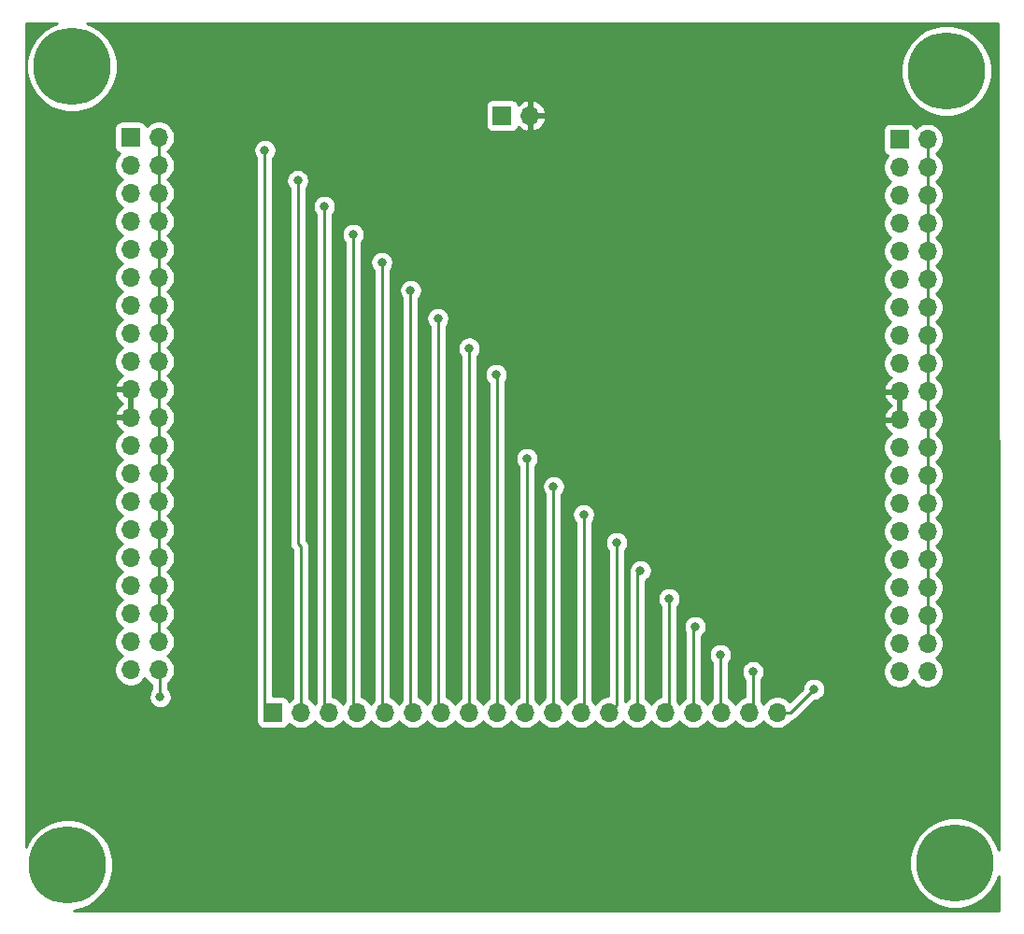
<source format=gbr>
%TF.GenerationSoftware,KiCad,Pcbnew,(5.1.10)-1*%
%TF.CreationDate,2022-03-29T20:22:55-05:00*%
%TF.ProjectId,FMT Rescue,464d5420-5265-4736-9375-652e6b696361,rev?*%
%TF.SameCoordinates,Original*%
%TF.FileFunction,Copper,L2,Bot*%
%TF.FilePolarity,Positive*%
%FSLAX46Y46*%
G04 Gerber Fmt 4.6, Leading zero omitted, Abs format (unit mm)*
G04 Created by KiCad (PCBNEW (5.1.10)-1) date 2022-03-29 20:22:55*
%MOMM*%
%LPD*%
G01*
G04 APERTURE LIST*
%TA.AperFunction,ComponentPad*%
%ADD10O,1.700000X1.700000*%
%TD*%
%TA.AperFunction,ComponentPad*%
%ADD11R,1.700000X1.700000*%
%TD*%
%TA.AperFunction,ComponentPad*%
%ADD12C,7.000000*%
%TD*%
%TA.AperFunction,ViaPad*%
%ADD13C,0.800000*%
%TD*%
%TA.AperFunction,Conductor*%
%ADD14C,0.250000*%
%TD*%
%TA.AperFunction,Conductor*%
%ADD15C,0.254000*%
%TD*%
%TA.AperFunction,Conductor*%
%ADD16C,0.100000*%
%TD*%
G04 APERTURE END LIST*
D10*
%TO.P,J3,19*%
%TO.N,/40*%
X112776000Y-114681000D03*
%TO.P,J3,18*%
%TO.N,/39*%
X110236000Y-114681000D03*
%TO.P,J3,17*%
%TO.N,/37*%
X107696000Y-114681000D03*
%TO.P,J3,16*%
%TO.N,/35*%
X105156000Y-114681000D03*
%TO.P,J3,15*%
%TO.N,/33*%
X102616000Y-114681000D03*
%TO.P,J3,14*%
%TO.N,/31*%
X100076000Y-114681000D03*
%TO.P,J3,13*%
%TO.N,/29*%
X97536000Y-114681000D03*
%TO.P,J3,12*%
%TO.N,/27*%
X94996000Y-114681000D03*
%TO.P,J3,11*%
%TO.N,/25*%
X92456000Y-114681000D03*
%TO.P,J3,10*%
%TO.N,/23*%
X89916000Y-114681000D03*
%TO.P,J3,9*%
%TO.N,/17*%
X87376000Y-114681000D03*
%TO.P,J3,8*%
%TO.N,/15*%
X84836000Y-114681000D03*
%TO.P,J3,7*%
%TO.N,/13*%
X82296000Y-114681000D03*
%TO.P,J3,6*%
%TO.N,/11*%
X79756000Y-114681000D03*
%TO.P,J3,5*%
%TO.N,/9*%
X77216000Y-114681000D03*
%TO.P,J3,4*%
%TO.N,/7*%
X74676000Y-114681000D03*
%TO.P,J3,3*%
%TO.N,/5*%
X72136000Y-114681000D03*
%TO.P,J3,2*%
%TO.N,/3*%
X69596000Y-114681000D03*
D11*
%TO.P,J3,1*%
%TO.N,/1*%
X67056000Y-114681000D03*
%TD*%
D12*
%TO.P,REF\u002A\u002A,1*%
%TO.N,N/C*%
X48831500Y-56134000D03*
%TD*%
%TO.P,REF\u002A\u002A,1*%
%TO.N,N/C*%
X128841500Y-128333500D03*
%TD*%
%TO.P,REF\u002A\u002A,1*%
%TO.N,N/C*%
X48450500Y-128524000D03*
%TD*%
%TO.P,REF\u002A\u002A,1*%
%TO.N,N/C*%
X128079500Y-56515000D03*
%TD*%
D10*
%TO.P,PWR1,2*%
%TO.N,+12V*%
X90360500Y-60579000D03*
D11*
%TO.P,PWR1,1*%
%TO.N,GND*%
X87820500Y-60579000D03*
%TD*%
D10*
%TO.P,J2,40*%
%TO.N,/40*%
X126365000Y-110998000D03*
%TO.P,J2,39*%
%TO.N,/39*%
X123825000Y-110998000D03*
%TO.P,J2,38*%
%TO.N,GND*%
X126365000Y-108458000D03*
%TO.P,J2,37*%
%TO.N,/37*%
X123825000Y-108458000D03*
%TO.P,J2,36*%
%TO.N,GND*%
X126365000Y-105918000D03*
%TO.P,J2,35*%
%TO.N,/35*%
X123825000Y-105918000D03*
%TO.P,J2,34*%
%TO.N,GND*%
X126365000Y-103378000D03*
%TO.P,J2,33*%
%TO.N,/33*%
X123825000Y-103378000D03*
%TO.P,J2,32*%
%TO.N,GND*%
X126365000Y-100838000D03*
%TO.P,J2,31*%
%TO.N,/31*%
X123825000Y-100838000D03*
%TO.P,J2,30*%
%TO.N,GND*%
X126365000Y-98298000D03*
%TO.P,J2,29*%
%TO.N,/29*%
X123825000Y-98298000D03*
%TO.P,J2,28*%
%TO.N,GND*%
X126365000Y-95758000D03*
%TO.P,J2,27*%
%TO.N,/27*%
X123825000Y-95758000D03*
%TO.P,J2,26*%
%TO.N,GND*%
X126365000Y-93218000D03*
%TO.P,J2,25*%
%TO.N,/25*%
X123825000Y-93218000D03*
%TO.P,J2,24*%
%TO.N,GND*%
X126365000Y-90678000D03*
%TO.P,J2,23*%
%TO.N,/23*%
X123825000Y-90678000D03*
%TO.P,J2,22*%
%TO.N,GND*%
X126365000Y-88138000D03*
%TO.P,J2,21*%
%TO.N,+12V*%
X123825000Y-88138000D03*
%TO.P,J2,20*%
%TO.N,GND*%
X126365000Y-85598000D03*
%TO.P,J2,19*%
%TO.N,+12V*%
X123825000Y-85598000D03*
%TO.P,J2,18*%
%TO.N,GND*%
X126365000Y-83058000D03*
%TO.P,J2,17*%
%TO.N,/17*%
X123825000Y-83058000D03*
%TO.P,J2,16*%
%TO.N,GND*%
X126365000Y-80518000D03*
%TO.P,J2,15*%
%TO.N,/15*%
X123825000Y-80518000D03*
%TO.P,J2,14*%
%TO.N,GND*%
X126365000Y-77978000D03*
%TO.P,J2,13*%
%TO.N,/13*%
X123825000Y-77978000D03*
%TO.P,J2,12*%
%TO.N,GND*%
X126365000Y-75438000D03*
%TO.P,J2,11*%
%TO.N,/11*%
X123825000Y-75438000D03*
%TO.P,J2,10*%
%TO.N,GND*%
X126365000Y-72898000D03*
%TO.P,J2,9*%
%TO.N,/9*%
X123825000Y-72898000D03*
%TO.P,J2,8*%
%TO.N,GND*%
X126365000Y-70358000D03*
%TO.P,J2,7*%
%TO.N,/7*%
X123825000Y-70358000D03*
%TO.P,J2,6*%
%TO.N,GND*%
X126365000Y-67818000D03*
%TO.P,J2,5*%
%TO.N,/5*%
X123825000Y-67818000D03*
%TO.P,J2,4*%
%TO.N,GND*%
X126365000Y-65278000D03*
%TO.P,J2,3*%
%TO.N,/3*%
X123825000Y-65278000D03*
%TO.P,J2,2*%
%TO.N,GND*%
X126365000Y-62738000D03*
D11*
%TO.P,J2,1*%
%TO.N,/1*%
X123825000Y-62738000D03*
%TD*%
D10*
%TO.P,J1,40*%
%TO.N,/40*%
X56705500Y-110807500D03*
%TO.P,J1,39*%
%TO.N,/39*%
X54165500Y-110807500D03*
%TO.P,J1,38*%
%TO.N,GND*%
X56705500Y-108267500D03*
%TO.P,J1,37*%
%TO.N,/37*%
X54165500Y-108267500D03*
%TO.P,J1,36*%
%TO.N,GND*%
X56705500Y-105727500D03*
%TO.P,J1,35*%
%TO.N,/35*%
X54165500Y-105727500D03*
%TO.P,J1,34*%
%TO.N,GND*%
X56705500Y-103187500D03*
%TO.P,J1,33*%
%TO.N,/33*%
X54165500Y-103187500D03*
%TO.P,J1,32*%
%TO.N,GND*%
X56705500Y-100647500D03*
%TO.P,J1,31*%
%TO.N,/31*%
X54165500Y-100647500D03*
%TO.P,J1,30*%
%TO.N,GND*%
X56705500Y-98107500D03*
%TO.P,J1,29*%
%TO.N,/29*%
X54165500Y-98107500D03*
%TO.P,J1,28*%
%TO.N,GND*%
X56705500Y-95567500D03*
%TO.P,J1,27*%
%TO.N,/27*%
X54165500Y-95567500D03*
%TO.P,J1,26*%
%TO.N,GND*%
X56705500Y-93027500D03*
%TO.P,J1,25*%
%TO.N,/25*%
X54165500Y-93027500D03*
%TO.P,J1,24*%
%TO.N,GND*%
X56705500Y-90487500D03*
%TO.P,J1,23*%
%TO.N,/23*%
X54165500Y-90487500D03*
%TO.P,J1,22*%
%TO.N,GND*%
X56705500Y-87947500D03*
%TO.P,J1,21*%
%TO.N,+12V*%
X54165500Y-87947500D03*
%TO.P,J1,20*%
%TO.N,GND*%
X56705500Y-85407500D03*
%TO.P,J1,19*%
%TO.N,+12V*%
X54165500Y-85407500D03*
%TO.P,J1,18*%
%TO.N,GND*%
X56705500Y-82867500D03*
%TO.P,J1,17*%
%TO.N,/17*%
X54165500Y-82867500D03*
%TO.P,J1,16*%
%TO.N,GND*%
X56705500Y-80327500D03*
%TO.P,J1,15*%
%TO.N,/15*%
X54165500Y-80327500D03*
%TO.P,J1,14*%
%TO.N,GND*%
X56705500Y-77787500D03*
%TO.P,J1,13*%
%TO.N,/13*%
X54165500Y-77787500D03*
%TO.P,J1,12*%
%TO.N,GND*%
X56705500Y-75247500D03*
%TO.P,J1,11*%
%TO.N,/11*%
X54165500Y-75247500D03*
%TO.P,J1,10*%
%TO.N,GND*%
X56705500Y-72707500D03*
%TO.P,J1,9*%
%TO.N,/9*%
X54165500Y-72707500D03*
%TO.P,J1,8*%
%TO.N,GND*%
X56705500Y-70167500D03*
%TO.P,J1,7*%
%TO.N,/7*%
X54165500Y-70167500D03*
%TO.P,J1,6*%
%TO.N,GND*%
X56705500Y-67627500D03*
%TO.P,J1,5*%
%TO.N,/5*%
X54165500Y-67627500D03*
%TO.P,J1,4*%
%TO.N,GND*%
X56705500Y-65087500D03*
%TO.P,J1,3*%
%TO.N,/3*%
X54165500Y-65087500D03*
%TO.P,J1,2*%
%TO.N,GND*%
X56705500Y-62547500D03*
D11*
%TO.P,J1,1*%
%TO.N,/1*%
X54165500Y-62547500D03*
%TD*%
D13*
%TO.N,/40*%
X56832500Y-113284000D03*
X116078000Y-112585500D03*
%TO.N,/39*%
X110553500Y-110998000D03*
%TO.N,/37*%
X107600499Y-109442501D03*
%TO.N,/35*%
X105314499Y-106902501D03*
%TO.N,/33*%
X102964999Y-104362501D03*
%TO.N,/31*%
X100361499Y-101822501D03*
%TO.N,/29*%
X98202499Y-99282501D03*
%TO.N,/27*%
X95217999Y-96742501D03*
%TO.N,/25*%
X92487499Y-94202501D03*
%TO.N,/23*%
X90074499Y-91662501D03*
%TO.N,/17*%
X87280499Y-84042501D03*
%TO.N,/15*%
X84836000Y-81661000D03*
%TO.N,/13*%
X82009999Y-78962501D03*
%TO.N,/11*%
X79533499Y-76422501D03*
%TO.N,/9*%
X76929999Y-73882501D03*
%TO.N,/7*%
X74326499Y-71342501D03*
%TO.N,/5*%
X71722999Y-68802501D03*
%TO.N,/3*%
X69310501Y-66452499D03*
%TO.N,/1*%
X66325499Y-63722501D03*
%TD*%
D14*
%TO.N,/40*%
X56832500Y-110934500D02*
X56705500Y-110807500D01*
X56832500Y-113284000D02*
X56832500Y-110934500D01*
X113982500Y-114681000D02*
X116078000Y-112585500D01*
X112776000Y-114681000D02*
X113982500Y-114681000D01*
%TO.N,/39*%
X110553500Y-114363500D02*
X110236000Y-114681000D01*
X110553500Y-110998000D02*
X110553500Y-114363500D01*
%TO.N,/37*%
X107600499Y-114585499D02*
X107696000Y-114681000D01*
X107600499Y-109442501D02*
X107600499Y-114585499D01*
%TO.N,/35*%
X105156000Y-107061000D02*
X105314499Y-106902501D01*
X105156000Y-114681000D02*
X105156000Y-107061000D01*
%TO.N,/33*%
X102964999Y-114332001D02*
X102616000Y-114681000D01*
X102964999Y-104362501D02*
X102964999Y-114332001D01*
%TO.N,/31*%
X100076000Y-102108000D02*
X100361499Y-101822501D01*
X100076000Y-114681000D02*
X100076000Y-102108000D01*
%TO.N,/29*%
X98202499Y-114014501D02*
X97536000Y-114681000D01*
X98202499Y-99282501D02*
X98202499Y-114014501D01*
%TO.N,/27*%
X95217999Y-114459001D02*
X94996000Y-114681000D01*
X95217999Y-96742501D02*
X95217999Y-114459001D01*
%TO.N,/25*%
X92487499Y-114649501D02*
X92456000Y-114681000D01*
X92487499Y-94202501D02*
X92487499Y-114649501D01*
%TO.N,/23*%
X90074499Y-114522501D02*
X89916000Y-114681000D01*
X90074499Y-91662501D02*
X90074499Y-114522501D01*
%TO.N,/17*%
X87376000Y-84138002D02*
X87280499Y-84042501D01*
X87376000Y-114681000D02*
X87376000Y-84138002D01*
%TO.N,/15*%
X84836000Y-81661000D02*
X84836000Y-114681000D01*
%TO.N,/13*%
X82009999Y-114394999D02*
X82296000Y-114681000D01*
X82009999Y-78962501D02*
X82009999Y-114394999D01*
%TO.N,/11*%
X79533499Y-114458499D02*
X79756000Y-114681000D01*
X79533499Y-76422501D02*
X79533499Y-114458499D01*
%TO.N,/9*%
X76929999Y-114394999D02*
X77216000Y-114681000D01*
X76929999Y-73882501D02*
X76929999Y-114394999D01*
%TO.N,/7*%
X74326499Y-114331499D02*
X74676000Y-114681000D01*
X74326499Y-71342501D02*
X74326499Y-114331499D01*
%TO.N,/5*%
X71722999Y-114267999D02*
X72136000Y-114681000D01*
X71722999Y-68802501D02*
X71722999Y-114267999D01*
%TO.N,/3*%
X69596000Y-99631500D02*
X69596000Y-114681000D01*
X69310501Y-99346001D02*
X69596000Y-99631500D01*
X69310501Y-66452499D02*
X69310501Y-99346001D01*
%TO.N,/1*%
X66325499Y-113950499D02*
X67056000Y-114681000D01*
X66325499Y-63722501D02*
X66325499Y-113950499D01*
%TO.N,GND*%
X56705500Y-108267500D02*
X56705500Y-62547500D01*
X126365000Y-62738000D02*
X126365000Y-108458000D01*
%TD*%
D15*
%TO.N,+12V*%
X46872843Y-52469611D02*
X46195591Y-52922136D01*
X45619636Y-53498091D01*
X45167111Y-54175343D01*
X44855406Y-54927865D01*
X44696500Y-55726738D01*
X44696500Y-56541262D01*
X44855406Y-57340135D01*
X45167111Y-58092657D01*
X45619636Y-58769909D01*
X46195591Y-59345864D01*
X46872843Y-59798389D01*
X47625365Y-60110094D01*
X48424238Y-60269000D01*
X49238762Y-60269000D01*
X50037635Y-60110094D01*
X50790157Y-59798389D01*
X50894005Y-59729000D01*
X86332428Y-59729000D01*
X86332428Y-61429000D01*
X86344688Y-61553482D01*
X86380998Y-61673180D01*
X86439963Y-61783494D01*
X86519315Y-61880185D01*
X86616006Y-61959537D01*
X86726320Y-62018502D01*
X86846018Y-62054812D01*
X86970500Y-62067072D01*
X88670500Y-62067072D01*
X88794982Y-62054812D01*
X88914680Y-62018502D01*
X89024994Y-61959537D01*
X89121685Y-61880185D01*
X89201037Y-61783494D01*
X89260002Y-61673180D01*
X89284466Y-61592534D01*
X89360231Y-61676588D01*
X89593580Y-61850641D01*
X89856401Y-61975825D01*
X90003610Y-62020476D01*
X90233500Y-61899155D01*
X90233500Y-60706000D01*
X90487500Y-60706000D01*
X90487500Y-61899155D01*
X90717390Y-62020476D01*
X90864599Y-61975825D01*
X91048985Y-61888000D01*
X122336928Y-61888000D01*
X122336928Y-63588000D01*
X122349188Y-63712482D01*
X122385498Y-63832180D01*
X122444463Y-63942494D01*
X122523815Y-64039185D01*
X122620506Y-64118537D01*
X122730820Y-64177502D01*
X122803380Y-64199513D01*
X122671525Y-64331368D01*
X122509010Y-64574589D01*
X122397068Y-64844842D01*
X122340000Y-65131740D01*
X122340000Y-65424260D01*
X122397068Y-65711158D01*
X122509010Y-65981411D01*
X122671525Y-66224632D01*
X122878368Y-66431475D01*
X123052760Y-66548000D01*
X122878368Y-66664525D01*
X122671525Y-66871368D01*
X122509010Y-67114589D01*
X122397068Y-67384842D01*
X122340000Y-67671740D01*
X122340000Y-67964260D01*
X122397068Y-68251158D01*
X122509010Y-68521411D01*
X122671525Y-68764632D01*
X122878368Y-68971475D01*
X123052760Y-69088000D01*
X122878368Y-69204525D01*
X122671525Y-69411368D01*
X122509010Y-69654589D01*
X122397068Y-69924842D01*
X122340000Y-70211740D01*
X122340000Y-70504260D01*
X122397068Y-70791158D01*
X122509010Y-71061411D01*
X122671525Y-71304632D01*
X122878368Y-71511475D01*
X123052760Y-71628000D01*
X122878368Y-71744525D01*
X122671525Y-71951368D01*
X122509010Y-72194589D01*
X122397068Y-72464842D01*
X122340000Y-72751740D01*
X122340000Y-73044260D01*
X122397068Y-73331158D01*
X122509010Y-73601411D01*
X122671525Y-73844632D01*
X122878368Y-74051475D01*
X123052760Y-74168000D01*
X122878368Y-74284525D01*
X122671525Y-74491368D01*
X122509010Y-74734589D01*
X122397068Y-75004842D01*
X122340000Y-75291740D01*
X122340000Y-75584260D01*
X122397068Y-75871158D01*
X122509010Y-76141411D01*
X122671525Y-76384632D01*
X122878368Y-76591475D01*
X123052760Y-76708000D01*
X122878368Y-76824525D01*
X122671525Y-77031368D01*
X122509010Y-77274589D01*
X122397068Y-77544842D01*
X122340000Y-77831740D01*
X122340000Y-78124260D01*
X122397068Y-78411158D01*
X122509010Y-78681411D01*
X122671525Y-78924632D01*
X122878368Y-79131475D01*
X123052760Y-79248000D01*
X122878368Y-79364525D01*
X122671525Y-79571368D01*
X122509010Y-79814589D01*
X122397068Y-80084842D01*
X122340000Y-80371740D01*
X122340000Y-80664260D01*
X122397068Y-80951158D01*
X122509010Y-81221411D01*
X122671525Y-81464632D01*
X122878368Y-81671475D01*
X123052760Y-81788000D01*
X122878368Y-81904525D01*
X122671525Y-82111368D01*
X122509010Y-82354589D01*
X122397068Y-82624842D01*
X122340000Y-82911740D01*
X122340000Y-83204260D01*
X122397068Y-83491158D01*
X122509010Y-83761411D01*
X122671525Y-84004632D01*
X122878368Y-84211475D01*
X123060534Y-84333195D01*
X122943645Y-84402822D01*
X122727412Y-84597731D01*
X122553359Y-84831080D01*
X122428175Y-85093901D01*
X122383524Y-85241110D01*
X122504845Y-85471000D01*
X123698000Y-85471000D01*
X123698000Y-85451000D01*
X123952000Y-85451000D01*
X123952000Y-85471000D01*
X123972000Y-85471000D01*
X123972000Y-85725000D01*
X123952000Y-85725000D01*
X123952000Y-88011000D01*
X123972000Y-88011000D01*
X123972000Y-88265000D01*
X123952000Y-88265000D01*
X123952000Y-88285000D01*
X123698000Y-88285000D01*
X123698000Y-88265000D01*
X122504845Y-88265000D01*
X122383524Y-88494890D01*
X122428175Y-88642099D01*
X122553359Y-88904920D01*
X122727412Y-89138269D01*
X122943645Y-89333178D01*
X123060534Y-89402805D01*
X122878368Y-89524525D01*
X122671525Y-89731368D01*
X122509010Y-89974589D01*
X122397068Y-90244842D01*
X122340000Y-90531740D01*
X122340000Y-90824260D01*
X122397068Y-91111158D01*
X122509010Y-91381411D01*
X122671525Y-91624632D01*
X122878368Y-91831475D01*
X123052760Y-91948000D01*
X122878368Y-92064525D01*
X122671525Y-92271368D01*
X122509010Y-92514589D01*
X122397068Y-92784842D01*
X122340000Y-93071740D01*
X122340000Y-93364260D01*
X122397068Y-93651158D01*
X122509010Y-93921411D01*
X122671525Y-94164632D01*
X122878368Y-94371475D01*
X123052760Y-94488000D01*
X122878368Y-94604525D01*
X122671525Y-94811368D01*
X122509010Y-95054589D01*
X122397068Y-95324842D01*
X122340000Y-95611740D01*
X122340000Y-95904260D01*
X122397068Y-96191158D01*
X122509010Y-96461411D01*
X122671525Y-96704632D01*
X122878368Y-96911475D01*
X123052760Y-97028000D01*
X122878368Y-97144525D01*
X122671525Y-97351368D01*
X122509010Y-97594589D01*
X122397068Y-97864842D01*
X122340000Y-98151740D01*
X122340000Y-98444260D01*
X122397068Y-98731158D01*
X122509010Y-99001411D01*
X122671525Y-99244632D01*
X122878368Y-99451475D01*
X123052760Y-99568000D01*
X122878368Y-99684525D01*
X122671525Y-99891368D01*
X122509010Y-100134589D01*
X122397068Y-100404842D01*
X122340000Y-100691740D01*
X122340000Y-100984260D01*
X122397068Y-101271158D01*
X122509010Y-101541411D01*
X122671525Y-101784632D01*
X122878368Y-101991475D01*
X123052760Y-102108000D01*
X122878368Y-102224525D01*
X122671525Y-102431368D01*
X122509010Y-102674589D01*
X122397068Y-102944842D01*
X122340000Y-103231740D01*
X122340000Y-103524260D01*
X122397068Y-103811158D01*
X122509010Y-104081411D01*
X122671525Y-104324632D01*
X122878368Y-104531475D01*
X123052760Y-104648000D01*
X122878368Y-104764525D01*
X122671525Y-104971368D01*
X122509010Y-105214589D01*
X122397068Y-105484842D01*
X122340000Y-105771740D01*
X122340000Y-106064260D01*
X122397068Y-106351158D01*
X122509010Y-106621411D01*
X122671525Y-106864632D01*
X122878368Y-107071475D01*
X123052760Y-107188000D01*
X122878368Y-107304525D01*
X122671525Y-107511368D01*
X122509010Y-107754589D01*
X122397068Y-108024842D01*
X122340000Y-108311740D01*
X122340000Y-108604260D01*
X122397068Y-108891158D01*
X122509010Y-109161411D01*
X122671525Y-109404632D01*
X122878368Y-109611475D01*
X123052760Y-109728000D01*
X122878368Y-109844525D01*
X122671525Y-110051368D01*
X122509010Y-110294589D01*
X122397068Y-110564842D01*
X122340000Y-110851740D01*
X122340000Y-111144260D01*
X122397068Y-111431158D01*
X122509010Y-111701411D01*
X122671525Y-111944632D01*
X122878368Y-112151475D01*
X123121589Y-112313990D01*
X123391842Y-112425932D01*
X123678740Y-112483000D01*
X123971260Y-112483000D01*
X124258158Y-112425932D01*
X124528411Y-112313990D01*
X124771632Y-112151475D01*
X124978475Y-111944632D01*
X125095000Y-111770240D01*
X125211525Y-111944632D01*
X125418368Y-112151475D01*
X125661589Y-112313990D01*
X125931842Y-112425932D01*
X126218740Y-112483000D01*
X126511260Y-112483000D01*
X126798158Y-112425932D01*
X127068411Y-112313990D01*
X127311632Y-112151475D01*
X127518475Y-111944632D01*
X127680990Y-111701411D01*
X127792932Y-111431158D01*
X127850000Y-111144260D01*
X127850000Y-110851740D01*
X127792932Y-110564842D01*
X127680990Y-110294589D01*
X127518475Y-110051368D01*
X127311632Y-109844525D01*
X127137240Y-109728000D01*
X127311632Y-109611475D01*
X127518475Y-109404632D01*
X127680990Y-109161411D01*
X127792932Y-108891158D01*
X127850000Y-108604260D01*
X127850000Y-108311740D01*
X127792932Y-108024842D01*
X127680990Y-107754589D01*
X127518475Y-107511368D01*
X127311632Y-107304525D01*
X127137240Y-107188000D01*
X127311632Y-107071475D01*
X127518475Y-106864632D01*
X127680990Y-106621411D01*
X127792932Y-106351158D01*
X127850000Y-106064260D01*
X127850000Y-105771740D01*
X127792932Y-105484842D01*
X127680990Y-105214589D01*
X127518475Y-104971368D01*
X127311632Y-104764525D01*
X127137240Y-104648000D01*
X127311632Y-104531475D01*
X127518475Y-104324632D01*
X127680990Y-104081411D01*
X127792932Y-103811158D01*
X127850000Y-103524260D01*
X127850000Y-103231740D01*
X127792932Y-102944842D01*
X127680990Y-102674589D01*
X127518475Y-102431368D01*
X127311632Y-102224525D01*
X127137240Y-102108000D01*
X127311632Y-101991475D01*
X127518475Y-101784632D01*
X127680990Y-101541411D01*
X127792932Y-101271158D01*
X127850000Y-100984260D01*
X127850000Y-100691740D01*
X127792932Y-100404842D01*
X127680990Y-100134589D01*
X127518475Y-99891368D01*
X127311632Y-99684525D01*
X127137240Y-99568000D01*
X127311632Y-99451475D01*
X127518475Y-99244632D01*
X127680990Y-99001411D01*
X127792932Y-98731158D01*
X127850000Y-98444260D01*
X127850000Y-98151740D01*
X127792932Y-97864842D01*
X127680990Y-97594589D01*
X127518475Y-97351368D01*
X127311632Y-97144525D01*
X127137240Y-97028000D01*
X127311632Y-96911475D01*
X127518475Y-96704632D01*
X127680990Y-96461411D01*
X127792932Y-96191158D01*
X127850000Y-95904260D01*
X127850000Y-95611740D01*
X127792932Y-95324842D01*
X127680990Y-95054589D01*
X127518475Y-94811368D01*
X127311632Y-94604525D01*
X127137240Y-94488000D01*
X127311632Y-94371475D01*
X127518475Y-94164632D01*
X127680990Y-93921411D01*
X127792932Y-93651158D01*
X127850000Y-93364260D01*
X127850000Y-93071740D01*
X127792932Y-92784842D01*
X127680990Y-92514589D01*
X127518475Y-92271368D01*
X127311632Y-92064525D01*
X127137240Y-91948000D01*
X127311632Y-91831475D01*
X127518475Y-91624632D01*
X127680990Y-91381411D01*
X127792932Y-91111158D01*
X127850000Y-90824260D01*
X127850000Y-90531740D01*
X127792932Y-90244842D01*
X127680990Y-89974589D01*
X127518475Y-89731368D01*
X127311632Y-89524525D01*
X127137240Y-89408000D01*
X127311632Y-89291475D01*
X127518475Y-89084632D01*
X127680990Y-88841411D01*
X127792932Y-88571158D01*
X127850000Y-88284260D01*
X127850000Y-87991740D01*
X127792932Y-87704842D01*
X127680990Y-87434589D01*
X127518475Y-87191368D01*
X127311632Y-86984525D01*
X127137240Y-86868000D01*
X127311632Y-86751475D01*
X127518475Y-86544632D01*
X127680990Y-86301411D01*
X127792932Y-86031158D01*
X127850000Y-85744260D01*
X127850000Y-85451740D01*
X127792932Y-85164842D01*
X127680990Y-84894589D01*
X127518475Y-84651368D01*
X127311632Y-84444525D01*
X127137240Y-84328000D01*
X127311632Y-84211475D01*
X127518475Y-84004632D01*
X127680990Y-83761411D01*
X127792932Y-83491158D01*
X127850000Y-83204260D01*
X127850000Y-82911740D01*
X127792932Y-82624842D01*
X127680990Y-82354589D01*
X127518475Y-82111368D01*
X127311632Y-81904525D01*
X127137240Y-81788000D01*
X127311632Y-81671475D01*
X127518475Y-81464632D01*
X127680990Y-81221411D01*
X127792932Y-80951158D01*
X127850000Y-80664260D01*
X127850000Y-80371740D01*
X127792932Y-80084842D01*
X127680990Y-79814589D01*
X127518475Y-79571368D01*
X127311632Y-79364525D01*
X127137240Y-79248000D01*
X127311632Y-79131475D01*
X127518475Y-78924632D01*
X127680990Y-78681411D01*
X127792932Y-78411158D01*
X127850000Y-78124260D01*
X127850000Y-77831740D01*
X127792932Y-77544842D01*
X127680990Y-77274589D01*
X127518475Y-77031368D01*
X127311632Y-76824525D01*
X127137240Y-76708000D01*
X127311632Y-76591475D01*
X127518475Y-76384632D01*
X127680990Y-76141411D01*
X127792932Y-75871158D01*
X127850000Y-75584260D01*
X127850000Y-75291740D01*
X127792932Y-75004842D01*
X127680990Y-74734589D01*
X127518475Y-74491368D01*
X127311632Y-74284525D01*
X127137240Y-74168000D01*
X127311632Y-74051475D01*
X127518475Y-73844632D01*
X127680990Y-73601411D01*
X127792932Y-73331158D01*
X127850000Y-73044260D01*
X127850000Y-72751740D01*
X127792932Y-72464842D01*
X127680990Y-72194589D01*
X127518475Y-71951368D01*
X127311632Y-71744525D01*
X127137240Y-71628000D01*
X127311632Y-71511475D01*
X127518475Y-71304632D01*
X127680990Y-71061411D01*
X127792932Y-70791158D01*
X127850000Y-70504260D01*
X127850000Y-70211740D01*
X127792932Y-69924842D01*
X127680990Y-69654589D01*
X127518475Y-69411368D01*
X127311632Y-69204525D01*
X127137240Y-69088000D01*
X127311632Y-68971475D01*
X127518475Y-68764632D01*
X127680990Y-68521411D01*
X127792932Y-68251158D01*
X127850000Y-67964260D01*
X127850000Y-67671740D01*
X127792932Y-67384842D01*
X127680990Y-67114589D01*
X127518475Y-66871368D01*
X127311632Y-66664525D01*
X127137240Y-66548000D01*
X127311632Y-66431475D01*
X127518475Y-66224632D01*
X127680990Y-65981411D01*
X127792932Y-65711158D01*
X127850000Y-65424260D01*
X127850000Y-65131740D01*
X127792932Y-64844842D01*
X127680990Y-64574589D01*
X127518475Y-64331368D01*
X127311632Y-64124525D01*
X127137240Y-64008000D01*
X127311632Y-63891475D01*
X127518475Y-63684632D01*
X127680990Y-63441411D01*
X127792932Y-63171158D01*
X127850000Y-62884260D01*
X127850000Y-62591740D01*
X127792932Y-62304842D01*
X127680990Y-62034589D01*
X127518475Y-61791368D01*
X127311632Y-61584525D01*
X127068411Y-61422010D01*
X126798158Y-61310068D01*
X126511260Y-61253000D01*
X126218740Y-61253000D01*
X125931842Y-61310068D01*
X125661589Y-61422010D01*
X125418368Y-61584525D01*
X125286513Y-61716380D01*
X125264502Y-61643820D01*
X125205537Y-61533506D01*
X125126185Y-61436815D01*
X125029494Y-61357463D01*
X124919180Y-61298498D01*
X124799482Y-61262188D01*
X124675000Y-61249928D01*
X122975000Y-61249928D01*
X122850518Y-61262188D01*
X122730820Y-61298498D01*
X122620506Y-61357463D01*
X122523815Y-61436815D01*
X122444463Y-61533506D01*
X122385498Y-61643820D01*
X122349188Y-61763518D01*
X122336928Y-61888000D01*
X91048985Y-61888000D01*
X91127420Y-61850641D01*
X91360769Y-61676588D01*
X91555678Y-61460355D01*
X91704657Y-61210252D01*
X91801981Y-60935891D01*
X91681314Y-60706000D01*
X90487500Y-60706000D01*
X90233500Y-60706000D01*
X90213500Y-60706000D01*
X90213500Y-60452000D01*
X90233500Y-60452000D01*
X90233500Y-59258845D01*
X90487500Y-59258845D01*
X90487500Y-60452000D01*
X91681314Y-60452000D01*
X91801981Y-60222109D01*
X91704657Y-59947748D01*
X91555678Y-59697645D01*
X91360769Y-59481412D01*
X91127420Y-59307359D01*
X90864599Y-59182175D01*
X90717390Y-59137524D01*
X90487500Y-59258845D01*
X90233500Y-59258845D01*
X90003610Y-59137524D01*
X89856401Y-59182175D01*
X89593580Y-59307359D01*
X89360231Y-59481412D01*
X89284466Y-59565466D01*
X89260002Y-59484820D01*
X89201037Y-59374506D01*
X89121685Y-59277815D01*
X89024994Y-59198463D01*
X88914680Y-59139498D01*
X88794982Y-59103188D01*
X88670500Y-59090928D01*
X86970500Y-59090928D01*
X86846018Y-59103188D01*
X86726320Y-59139498D01*
X86616006Y-59198463D01*
X86519315Y-59277815D01*
X86439963Y-59374506D01*
X86380998Y-59484820D01*
X86344688Y-59604518D01*
X86332428Y-59729000D01*
X50894005Y-59729000D01*
X51467409Y-59345864D01*
X52043364Y-58769909D01*
X52495889Y-58092657D01*
X52807594Y-57340135D01*
X52966500Y-56541262D01*
X52966500Y-56107738D01*
X123944500Y-56107738D01*
X123944500Y-56922262D01*
X124103406Y-57721135D01*
X124415111Y-58473657D01*
X124867636Y-59150909D01*
X125443591Y-59726864D01*
X126120843Y-60179389D01*
X126873365Y-60491094D01*
X127672238Y-60650000D01*
X128486762Y-60650000D01*
X129285635Y-60491094D01*
X130038157Y-60179389D01*
X130715409Y-59726864D01*
X131291364Y-59150909D01*
X131743889Y-58473657D01*
X132055594Y-57721135D01*
X132214500Y-56922262D01*
X132214500Y-56107738D01*
X132055594Y-55308865D01*
X131743889Y-54556343D01*
X131291364Y-53879091D01*
X130715409Y-53303136D01*
X130038157Y-52850611D01*
X129285635Y-52538906D01*
X128486762Y-52380000D01*
X127672238Y-52380000D01*
X126873365Y-52538906D01*
X126120843Y-52850611D01*
X125443591Y-53303136D01*
X124867636Y-53879091D01*
X124415111Y-54556343D01*
X124103406Y-55308865D01*
X123944500Y-56107738D01*
X52966500Y-56107738D01*
X52966500Y-55726738D01*
X52807594Y-54927865D01*
X52495889Y-54175343D01*
X52043364Y-53498091D01*
X51467409Y-52922136D01*
X50790157Y-52469611D01*
X50192372Y-52222000D01*
X132754014Y-52222000D01*
X132812205Y-127114354D01*
X132505889Y-126374843D01*
X132053364Y-125697591D01*
X131477409Y-125121636D01*
X130800157Y-124669111D01*
X130047635Y-124357406D01*
X129248762Y-124198500D01*
X128434238Y-124198500D01*
X127635365Y-124357406D01*
X126882843Y-124669111D01*
X126205591Y-125121636D01*
X125629636Y-125697591D01*
X125177111Y-126374843D01*
X124865406Y-127127365D01*
X124706500Y-127926238D01*
X124706500Y-128740762D01*
X124865406Y-129539635D01*
X125177111Y-130292157D01*
X125629636Y-130969409D01*
X126205591Y-131545364D01*
X126882843Y-131997889D01*
X127635365Y-132309594D01*
X128434238Y-132468500D01*
X129248762Y-132468500D01*
X130047635Y-132309594D01*
X130800157Y-131997889D01*
X131477409Y-131545364D01*
X132053364Y-130969409D01*
X132505889Y-130292157D01*
X132814096Y-129548081D01*
X132816488Y-132626500D01*
X49021150Y-132626500D01*
X49656635Y-132500094D01*
X50409157Y-132188389D01*
X51086409Y-131735864D01*
X51662364Y-131159909D01*
X52114889Y-130482657D01*
X52426594Y-129730135D01*
X52585500Y-128931262D01*
X52585500Y-128116738D01*
X52426594Y-127317865D01*
X52114889Y-126565343D01*
X51662364Y-125888091D01*
X51086409Y-125312136D01*
X50409157Y-124859611D01*
X49656635Y-124547906D01*
X48857762Y-124389000D01*
X48043238Y-124389000D01*
X47244365Y-124547906D01*
X46491843Y-124859611D01*
X45814591Y-125312136D01*
X45238636Y-125888091D01*
X44786111Y-126565343D01*
X44665500Y-126856524D01*
X44665500Y-85764390D01*
X52724024Y-85764390D01*
X52768675Y-85911599D01*
X52893859Y-86174420D01*
X53067912Y-86407769D01*
X53284145Y-86602678D01*
X53409755Y-86677500D01*
X53284145Y-86752322D01*
X53067912Y-86947231D01*
X52893859Y-87180580D01*
X52768675Y-87443401D01*
X52724024Y-87590610D01*
X52845345Y-87820500D01*
X54038500Y-87820500D01*
X54038500Y-85534500D01*
X52845345Y-85534500D01*
X52724024Y-85764390D01*
X44665500Y-85764390D01*
X44665500Y-61697500D01*
X52677428Y-61697500D01*
X52677428Y-63397500D01*
X52689688Y-63521982D01*
X52725998Y-63641680D01*
X52784963Y-63751994D01*
X52864315Y-63848685D01*
X52961006Y-63928037D01*
X53071320Y-63987002D01*
X53143880Y-64009013D01*
X53012025Y-64140868D01*
X52849510Y-64384089D01*
X52737568Y-64654342D01*
X52680500Y-64941240D01*
X52680500Y-65233760D01*
X52737568Y-65520658D01*
X52849510Y-65790911D01*
X53012025Y-66034132D01*
X53218868Y-66240975D01*
X53393260Y-66357500D01*
X53218868Y-66474025D01*
X53012025Y-66680868D01*
X52849510Y-66924089D01*
X52737568Y-67194342D01*
X52680500Y-67481240D01*
X52680500Y-67773760D01*
X52737568Y-68060658D01*
X52849510Y-68330911D01*
X53012025Y-68574132D01*
X53218868Y-68780975D01*
X53393260Y-68897500D01*
X53218868Y-69014025D01*
X53012025Y-69220868D01*
X52849510Y-69464089D01*
X52737568Y-69734342D01*
X52680500Y-70021240D01*
X52680500Y-70313760D01*
X52737568Y-70600658D01*
X52849510Y-70870911D01*
X53012025Y-71114132D01*
X53218868Y-71320975D01*
X53393260Y-71437500D01*
X53218868Y-71554025D01*
X53012025Y-71760868D01*
X52849510Y-72004089D01*
X52737568Y-72274342D01*
X52680500Y-72561240D01*
X52680500Y-72853760D01*
X52737568Y-73140658D01*
X52849510Y-73410911D01*
X53012025Y-73654132D01*
X53218868Y-73860975D01*
X53393260Y-73977500D01*
X53218868Y-74094025D01*
X53012025Y-74300868D01*
X52849510Y-74544089D01*
X52737568Y-74814342D01*
X52680500Y-75101240D01*
X52680500Y-75393760D01*
X52737568Y-75680658D01*
X52849510Y-75950911D01*
X53012025Y-76194132D01*
X53218868Y-76400975D01*
X53393260Y-76517500D01*
X53218868Y-76634025D01*
X53012025Y-76840868D01*
X52849510Y-77084089D01*
X52737568Y-77354342D01*
X52680500Y-77641240D01*
X52680500Y-77933760D01*
X52737568Y-78220658D01*
X52849510Y-78490911D01*
X53012025Y-78734132D01*
X53218868Y-78940975D01*
X53393260Y-79057500D01*
X53218868Y-79174025D01*
X53012025Y-79380868D01*
X52849510Y-79624089D01*
X52737568Y-79894342D01*
X52680500Y-80181240D01*
X52680500Y-80473760D01*
X52737568Y-80760658D01*
X52849510Y-81030911D01*
X53012025Y-81274132D01*
X53218868Y-81480975D01*
X53393260Y-81597500D01*
X53218868Y-81714025D01*
X53012025Y-81920868D01*
X52849510Y-82164089D01*
X52737568Y-82434342D01*
X52680500Y-82721240D01*
X52680500Y-83013760D01*
X52737568Y-83300658D01*
X52849510Y-83570911D01*
X53012025Y-83814132D01*
X53218868Y-84020975D01*
X53401034Y-84142695D01*
X53284145Y-84212322D01*
X53067912Y-84407231D01*
X52893859Y-84640580D01*
X52768675Y-84903401D01*
X52724024Y-85050610D01*
X52845345Y-85280500D01*
X54038500Y-85280500D01*
X54038500Y-85260500D01*
X54292500Y-85260500D01*
X54292500Y-85280500D01*
X54312500Y-85280500D01*
X54312500Y-85534500D01*
X54292500Y-85534500D01*
X54292500Y-87820500D01*
X54312500Y-87820500D01*
X54312500Y-88074500D01*
X54292500Y-88074500D01*
X54292500Y-88094500D01*
X54038500Y-88094500D01*
X54038500Y-88074500D01*
X52845345Y-88074500D01*
X52724024Y-88304390D01*
X52768675Y-88451599D01*
X52893859Y-88714420D01*
X53067912Y-88947769D01*
X53284145Y-89142678D01*
X53401034Y-89212305D01*
X53218868Y-89334025D01*
X53012025Y-89540868D01*
X52849510Y-89784089D01*
X52737568Y-90054342D01*
X52680500Y-90341240D01*
X52680500Y-90633760D01*
X52737568Y-90920658D01*
X52849510Y-91190911D01*
X53012025Y-91434132D01*
X53218868Y-91640975D01*
X53393260Y-91757500D01*
X53218868Y-91874025D01*
X53012025Y-92080868D01*
X52849510Y-92324089D01*
X52737568Y-92594342D01*
X52680500Y-92881240D01*
X52680500Y-93173760D01*
X52737568Y-93460658D01*
X52849510Y-93730911D01*
X53012025Y-93974132D01*
X53218868Y-94180975D01*
X53393260Y-94297500D01*
X53218868Y-94414025D01*
X53012025Y-94620868D01*
X52849510Y-94864089D01*
X52737568Y-95134342D01*
X52680500Y-95421240D01*
X52680500Y-95713760D01*
X52737568Y-96000658D01*
X52849510Y-96270911D01*
X53012025Y-96514132D01*
X53218868Y-96720975D01*
X53393260Y-96837500D01*
X53218868Y-96954025D01*
X53012025Y-97160868D01*
X52849510Y-97404089D01*
X52737568Y-97674342D01*
X52680500Y-97961240D01*
X52680500Y-98253760D01*
X52737568Y-98540658D01*
X52849510Y-98810911D01*
X53012025Y-99054132D01*
X53218868Y-99260975D01*
X53393260Y-99377500D01*
X53218868Y-99494025D01*
X53012025Y-99700868D01*
X52849510Y-99944089D01*
X52737568Y-100214342D01*
X52680500Y-100501240D01*
X52680500Y-100793760D01*
X52737568Y-101080658D01*
X52849510Y-101350911D01*
X53012025Y-101594132D01*
X53218868Y-101800975D01*
X53393260Y-101917500D01*
X53218868Y-102034025D01*
X53012025Y-102240868D01*
X52849510Y-102484089D01*
X52737568Y-102754342D01*
X52680500Y-103041240D01*
X52680500Y-103333760D01*
X52737568Y-103620658D01*
X52849510Y-103890911D01*
X53012025Y-104134132D01*
X53218868Y-104340975D01*
X53393260Y-104457500D01*
X53218868Y-104574025D01*
X53012025Y-104780868D01*
X52849510Y-105024089D01*
X52737568Y-105294342D01*
X52680500Y-105581240D01*
X52680500Y-105873760D01*
X52737568Y-106160658D01*
X52849510Y-106430911D01*
X53012025Y-106674132D01*
X53218868Y-106880975D01*
X53393260Y-106997500D01*
X53218868Y-107114025D01*
X53012025Y-107320868D01*
X52849510Y-107564089D01*
X52737568Y-107834342D01*
X52680500Y-108121240D01*
X52680500Y-108413760D01*
X52737568Y-108700658D01*
X52849510Y-108970911D01*
X53012025Y-109214132D01*
X53218868Y-109420975D01*
X53393260Y-109537500D01*
X53218868Y-109654025D01*
X53012025Y-109860868D01*
X52849510Y-110104089D01*
X52737568Y-110374342D01*
X52680500Y-110661240D01*
X52680500Y-110953760D01*
X52737568Y-111240658D01*
X52849510Y-111510911D01*
X53012025Y-111754132D01*
X53218868Y-111960975D01*
X53462089Y-112123490D01*
X53732342Y-112235432D01*
X54019240Y-112292500D01*
X54311760Y-112292500D01*
X54598658Y-112235432D01*
X54868911Y-112123490D01*
X55112132Y-111960975D01*
X55318975Y-111754132D01*
X55435500Y-111579740D01*
X55552025Y-111754132D01*
X55758868Y-111960975D01*
X56002089Y-112123490D01*
X56072500Y-112152655D01*
X56072500Y-112580289D01*
X56028563Y-112624226D01*
X55915295Y-112793744D01*
X55837274Y-112982102D01*
X55797500Y-113182061D01*
X55797500Y-113385939D01*
X55837274Y-113585898D01*
X55915295Y-113774256D01*
X56028563Y-113943774D01*
X56172726Y-114087937D01*
X56342244Y-114201205D01*
X56530602Y-114279226D01*
X56730561Y-114319000D01*
X56934439Y-114319000D01*
X57134398Y-114279226D01*
X57322756Y-114201205D01*
X57492274Y-114087937D01*
X57636437Y-113943774D01*
X57749705Y-113774256D01*
X57827726Y-113585898D01*
X57867500Y-113385939D01*
X57867500Y-113182061D01*
X57827726Y-112982102D01*
X57749705Y-112793744D01*
X57636437Y-112624226D01*
X57592500Y-112580289D01*
X57592500Y-112000820D01*
X57652132Y-111960975D01*
X57858975Y-111754132D01*
X58021490Y-111510911D01*
X58133432Y-111240658D01*
X58190500Y-110953760D01*
X58190500Y-110661240D01*
X58133432Y-110374342D01*
X58021490Y-110104089D01*
X57858975Y-109860868D01*
X57652132Y-109654025D01*
X57477740Y-109537500D01*
X57652132Y-109420975D01*
X57858975Y-109214132D01*
X58021490Y-108970911D01*
X58133432Y-108700658D01*
X58190500Y-108413760D01*
X58190500Y-108121240D01*
X58133432Y-107834342D01*
X58021490Y-107564089D01*
X57858975Y-107320868D01*
X57652132Y-107114025D01*
X57477740Y-106997500D01*
X57652132Y-106880975D01*
X57858975Y-106674132D01*
X58021490Y-106430911D01*
X58133432Y-106160658D01*
X58190500Y-105873760D01*
X58190500Y-105581240D01*
X58133432Y-105294342D01*
X58021490Y-105024089D01*
X57858975Y-104780868D01*
X57652132Y-104574025D01*
X57477740Y-104457500D01*
X57652132Y-104340975D01*
X57858975Y-104134132D01*
X58021490Y-103890911D01*
X58133432Y-103620658D01*
X58190500Y-103333760D01*
X58190500Y-103041240D01*
X58133432Y-102754342D01*
X58021490Y-102484089D01*
X57858975Y-102240868D01*
X57652132Y-102034025D01*
X57477740Y-101917500D01*
X57652132Y-101800975D01*
X57858975Y-101594132D01*
X58021490Y-101350911D01*
X58133432Y-101080658D01*
X58190500Y-100793760D01*
X58190500Y-100501240D01*
X58133432Y-100214342D01*
X58021490Y-99944089D01*
X57858975Y-99700868D01*
X57652132Y-99494025D01*
X57477740Y-99377500D01*
X57652132Y-99260975D01*
X57858975Y-99054132D01*
X58021490Y-98810911D01*
X58133432Y-98540658D01*
X58190500Y-98253760D01*
X58190500Y-97961240D01*
X58133432Y-97674342D01*
X58021490Y-97404089D01*
X57858975Y-97160868D01*
X57652132Y-96954025D01*
X57477740Y-96837500D01*
X57652132Y-96720975D01*
X57858975Y-96514132D01*
X58021490Y-96270911D01*
X58133432Y-96000658D01*
X58190500Y-95713760D01*
X58190500Y-95421240D01*
X58133432Y-95134342D01*
X58021490Y-94864089D01*
X57858975Y-94620868D01*
X57652132Y-94414025D01*
X57477740Y-94297500D01*
X57652132Y-94180975D01*
X57858975Y-93974132D01*
X58021490Y-93730911D01*
X58133432Y-93460658D01*
X58190500Y-93173760D01*
X58190500Y-92881240D01*
X58133432Y-92594342D01*
X58021490Y-92324089D01*
X57858975Y-92080868D01*
X57652132Y-91874025D01*
X57477740Y-91757500D01*
X57652132Y-91640975D01*
X57858975Y-91434132D01*
X58021490Y-91190911D01*
X58133432Y-90920658D01*
X58190500Y-90633760D01*
X58190500Y-90341240D01*
X58133432Y-90054342D01*
X58021490Y-89784089D01*
X57858975Y-89540868D01*
X57652132Y-89334025D01*
X57477740Y-89217500D01*
X57652132Y-89100975D01*
X57858975Y-88894132D01*
X58021490Y-88650911D01*
X58133432Y-88380658D01*
X58190500Y-88093760D01*
X58190500Y-87801240D01*
X58133432Y-87514342D01*
X58021490Y-87244089D01*
X57858975Y-87000868D01*
X57652132Y-86794025D01*
X57477740Y-86677500D01*
X57652132Y-86560975D01*
X57858975Y-86354132D01*
X58021490Y-86110911D01*
X58133432Y-85840658D01*
X58190500Y-85553760D01*
X58190500Y-85261240D01*
X58133432Y-84974342D01*
X58021490Y-84704089D01*
X57858975Y-84460868D01*
X57652132Y-84254025D01*
X57477740Y-84137500D01*
X57652132Y-84020975D01*
X57858975Y-83814132D01*
X58021490Y-83570911D01*
X58133432Y-83300658D01*
X58190500Y-83013760D01*
X58190500Y-82721240D01*
X58133432Y-82434342D01*
X58021490Y-82164089D01*
X57858975Y-81920868D01*
X57652132Y-81714025D01*
X57477740Y-81597500D01*
X57652132Y-81480975D01*
X57858975Y-81274132D01*
X58021490Y-81030911D01*
X58133432Y-80760658D01*
X58190500Y-80473760D01*
X58190500Y-80181240D01*
X58133432Y-79894342D01*
X58021490Y-79624089D01*
X57858975Y-79380868D01*
X57652132Y-79174025D01*
X57477740Y-79057500D01*
X57652132Y-78940975D01*
X57858975Y-78734132D01*
X58021490Y-78490911D01*
X58133432Y-78220658D01*
X58190500Y-77933760D01*
X58190500Y-77641240D01*
X58133432Y-77354342D01*
X58021490Y-77084089D01*
X57858975Y-76840868D01*
X57652132Y-76634025D01*
X57477740Y-76517500D01*
X57652132Y-76400975D01*
X57858975Y-76194132D01*
X58021490Y-75950911D01*
X58133432Y-75680658D01*
X58190500Y-75393760D01*
X58190500Y-75101240D01*
X58133432Y-74814342D01*
X58021490Y-74544089D01*
X57858975Y-74300868D01*
X57652132Y-74094025D01*
X57477740Y-73977500D01*
X57652132Y-73860975D01*
X57858975Y-73654132D01*
X58021490Y-73410911D01*
X58133432Y-73140658D01*
X58190500Y-72853760D01*
X58190500Y-72561240D01*
X58133432Y-72274342D01*
X58021490Y-72004089D01*
X57858975Y-71760868D01*
X57652132Y-71554025D01*
X57477740Y-71437500D01*
X57652132Y-71320975D01*
X57858975Y-71114132D01*
X58021490Y-70870911D01*
X58133432Y-70600658D01*
X58190500Y-70313760D01*
X58190500Y-70021240D01*
X58133432Y-69734342D01*
X58021490Y-69464089D01*
X57858975Y-69220868D01*
X57652132Y-69014025D01*
X57477740Y-68897500D01*
X57652132Y-68780975D01*
X57858975Y-68574132D01*
X58021490Y-68330911D01*
X58133432Y-68060658D01*
X58190500Y-67773760D01*
X58190500Y-67481240D01*
X58133432Y-67194342D01*
X58021490Y-66924089D01*
X57858975Y-66680868D01*
X57652132Y-66474025D01*
X57477740Y-66357500D01*
X57652132Y-66240975D01*
X57858975Y-66034132D01*
X58021490Y-65790911D01*
X58133432Y-65520658D01*
X58190500Y-65233760D01*
X58190500Y-64941240D01*
X58133432Y-64654342D01*
X58021490Y-64384089D01*
X57858975Y-64140868D01*
X57652132Y-63934025D01*
X57477740Y-63817500D01*
X57652132Y-63700975D01*
X57732545Y-63620562D01*
X65290499Y-63620562D01*
X65290499Y-63824440D01*
X65330273Y-64024399D01*
X65408294Y-64212757D01*
X65521562Y-64382275D01*
X65565499Y-64426212D01*
X65565500Y-113913166D01*
X65561823Y-113950499D01*
X65565500Y-113987832D01*
X65567928Y-114012484D01*
X65567928Y-115531000D01*
X65580188Y-115655482D01*
X65616498Y-115775180D01*
X65675463Y-115885494D01*
X65754815Y-115982185D01*
X65851506Y-116061537D01*
X65961820Y-116120502D01*
X66081518Y-116156812D01*
X66206000Y-116169072D01*
X67906000Y-116169072D01*
X68030482Y-116156812D01*
X68150180Y-116120502D01*
X68260494Y-116061537D01*
X68357185Y-115982185D01*
X68436537Y-115885494D01*
X68495502Y-115775180D01*
X68517513Y-115702620D01*
X68649368Y-115834475D01*
X68892589Y-115996990D01*
X69162842Y-116108932D01*
X69449740Y-116166000D01*
X69742260Y-116166000D01*
X70029158Y-116108932D01*
X70299411Y-115996990D01*
X70542632Y-115834475D01*
X70749475Y-115627632D01*
X70866000Y-115453240D01*
X70982525Y-115627632D01*
X71189368Y-115834475D01*
X71432589Y-115996990D01*
X71702842Y-116108932D01*
X71989740Y-116166000D01*
X72282260Y-116166000D01*
X72569158Y-116108932D01*
X72839411Y-115996990D01*
X73082632Y-115834475D01*
X73289475Y-115627632D01*
X73406000Y-115453240D01*
X73522525Y-115627632D01*
X73729368Y-115834475D01*
X73972589Y-115996990D01*
X74242842Y-116108932D01*
X74529740Y-116166000D01*
X74822260Y-116166000D01*
X75109158Y-116108932D01*
X75379411Y-115996990D01*
X75622632Y-115834475D01*
X75829475Y-115627632D01*
X75946000Y-115453240D01*
X76062525Y-115627632D01*
X76269368Y-115834475D01*
X76512589Y-115996990D01*
X76782842Y-116108932D01*
X77069740Y-116166000D01*
X77362260Y-116166000D01*
X77649158Y-116108932D01*
X77919411Y-115996990D01*
X78162632Y-115834475D01*
X78369475Y-115627632D01*
X78486000Y-115453240D01*
X78602525Y-115627632D01*
X78809368Y-115834475D01*
X79052589Y-115996990D01*
X79322842Y-116108932D01*
X79609740Y-116166000D01*
X79902260Y-116166000D01*
X80189158Y-116108932D01*
X80459411Y-115996990D01*
X80702632Y-115834475D01*
X80909475Y-115627632D01*
X81026000Y-115453240D01*
X81142525Y-115627632D01*
X81349368Y-115834475D01*
X81592589Y-115996990D01*
X81862842Y-116108932D01*
X82149740Y-116166000D01*
X82442260Y-116166000D01*
X82729158Y-116108932D01*
X82999411Y-115996990D01*
X83242632Y-115834475D01*
X83449475Y-115627632D01*
X83566000Y-115453240D01*
X83682525Y-115627632D01*
X83889368Y-115834475D01*
X84132589Y-115996990D01*
X84402842Y-116108932D01*
X84689740Y-116166000D01*
X84982260Y-116166000D01*
X85269158Y-116108932D01*
X85539411Y-115996990D01*
X85782632Y-115834475D01*
X85989475Y-115627632D01*
X86106000Y-115453240D01*
X86222525Y-115627632D01*
X86429368Y-115834475D01*
X86672589Y-115996990D01*
X86942842Y-116108932D01*
X87229740Y-116166000D01*
X87522260Y-116166000D01*
X87809158Y-116108932D01*
X88079411Y-115996990D01*
X88322632Y-115834475D01*
X88529475Y-115627632D01*
X88646000Y-115453240D01*
X88762525Y-115627632D01*
X88969368Y-115834475D01*
X89212589Y-115996990D01*
X89482842Y-116108932D01*
X89769740Y-116166000D01*
X90062260Y-116166000D01*
X90349158Y-116108932D01*
X90619411Y-115996990D01*
X90862632Y-115834475D01*
X91069475Y-115627632D01*
X91186000Y-115453240D01*
X91302525Y-115627632D01*
X91509368Y-115834475D01*
X91752589Y-115996990D01*
X92022842Y-116108932D01*
X92309740Y-116166000D01*
X92602260Y-116166000D01*
X92889158Y-116108932D01*
X93159411Y-115996990D01*
X93402632Y-115834475D01*
X93609475Y-115627632D01*
X93726000Y-115453240D01*
X93842525Y-115627632D01*
X94049368Y-115834475D01*
X94292589Y-115996990D01*
X94562842Y-116108932D01*
X94849740Y-116166000D01*
X95142260Y-116166000D01*
X95429158Y-116108932D01*
X95699411Y-115996990D01*
X95942632Y-115834475D01*
X96149475Y-115627632D01*
X96266000Y-115453240D01*
X96382525Y-115627632D01*
X96589368Y-115834475D01*
X96832589Y-115996990D01*
X97102842Y-116108932D01*
X97389740Y-116166000D01*
X97682260Y-116166000D01*
X97969158Y-116108932D01*
X98239411Y-115996990D01*
X98482632Y-115834475D01*
X98689475Y-115627632D01*
X98806000Y-115453240D01*
X98922525Y-115627632D01*
X99129368Y-115834475D01*
X99372589Y-115996990D01*
X99642842Y-116108932D01*
X99929740Y-116166000D01*
X100222260Y-116166000D01*
X100509158Y-116108932D01*
X100779411Y-115996990D01*
X101022632Y-115834475D01*
X101229475Y-115627632D01*
X101346000Y-115453240D01*
X101462525Y-115627632D01*
X101669368Y-115834475D01*
X101912589Y-115996990D01*
X102182842Y-116108932D01*
X102469740Y-116166000D01*
X102762260Y-116166000D01*
X103049158Y-116108932D01*
X103319411Y-115996990D01*
X103562632Y-115834475D01*
X103769475Y-115627632D01*
X103886000Y-115453240D01*
X104002525Y-115627632D01*
X104209368Y-115834475D01*
X104452589Y-115996990D01*
X104722842Y-116108932D01*
X105009740Y-116166000D01*
X105302260Y-116166000D01*
X105589158Y-116108932D01*
X105859411Y-115996990D01*
X106102632Y-115834475D01*
X106309475Y-115627632D01*
X106426000Y-115453240D01*
X106542525Y-115627632D01*
X106749368Y-115834475D01*
X106992589Y-115996990D01*
X107262842Y-116108932D01*
X107549740Y-116166000D01*
X107842260Y-116166000D01*
X108129158Y-116108932D01*
X108399411Y-115996990D01*
X108642632Y-115834475D01*
X108849475Y-115627632D01*
X108966000Y-115453240D01*
X109082525Y-115627632D01*
X109289368Y-115834475D01*
X109532589Y-115996990D01*
X109802842Y-116108932D01*
X110089740Y-116166000D01*
X110382260Y-116166000D01*
X110669158Y-116108932D01*
X110939411Y-115996990D01*
X111182632Y-115834475D01*
X111389475Y-115627632D01*
X111506000Y-115453240D01*
X111622525Y-115627632D01*
X111829368Y-115834475D01*
X112072589Y-115996990D01*
X112342842Y-116108932D01*
X112629740Y-116166000D01*
X112922260Y-116166000D01*
X113209158Y-116108932D01*
X113479411Y-115996990D01*
X113722632Y-115834475D01*
X113929475Y-115627632D01*
X114056598Y-115437379D01*
X114131486Y-115430003D01*
X114274747Y-115386546D01*
X114406776Y-115315974D01*
X114522501Y-115221001D01*
X114546304Y-115191997D01*
X116117802Y-113620500D01*
X116179939Y-113620500D01*
X116379898Y-113580726D01*
X116568256Y-113502705D01*
X116737774Y-113389437D01*
X116881937Y-113245274D01*
X116995205Y-113075756D01*
X117073226Y-112887398D01*
X117113000Y-112687439D01*
X117113000Y-112483561D01*
X117073226Y-112283602D01*
X116995205Y-112095244D01*
X116881937Y-111925726D01*
X116737774Y-111781563D01*
X116568256Y-111668295D01*
X116379898Y-111590274D01*
X116179939Y-111550500D01*
X115976061Y-111550500D01*
X115776102Y-111590274D01*
X115587744Y-111668295D01*
X115418226Y-111781563D01*
X115274063Y-111925726D01*
X115160795Y-112095244D01*
X115082774Y-112283602D01*
X115043000Y-112483561D01*
X115043000Y-112545698D01*
X113891903Y-113696796D01*
X113722632Y-113527525D01*
X113479411Y-113365010D01*
X113209158Y-113253068D01*
X112922260Y-113196000D01*
X112629740Y-113196000D01*
X112342842Y-113253068D01*
X112072589Y-113365010D01*
X111829368Y-113527525D01*
X111622525Y-113734368D01*
X111506000Y-113908760D01*
X111389475Y-113734368D01*
X111313500Y-113658393D01*
X111313500Y-111701711D01*
X111357437Y-111657774D01*
X111470705Y-111488256D01*
X111548726Y-111299898D01*
X111588500Y-111099939D01*
X111588500Y-110896061D01*
X111548726Y-110696102D01*
X111470705Y-110507744D01*
X111357437Y-110338226D01*
X111213274Y-110194063D01*
X111043756Y-110080795D01*
X110855398Y-110002774D01*
X110655439Y-109963000D01*
X110451561Y-109963000D01*
X110251602Y-110002774D01*
X110063244Y-110080795D01*
X109893726Y-110194063D01*
X109749563Y-110338226D01*
X109636295Y-110507744D01*
X109558274Y-110696102D01*
X109518500Y-110896061D01*
X109518500Y-111099939D01*
X109558274Y-111299898D01*
X109636295Y-111488256D01*
X109749563Y-111657774D01*
X109793500Y-111701711D01*
X109793501Y-113256937D01*
X109532589Y-113365010D01*
X109289368Y-113527525D01*
X109082525Y-113734368D01*
X108966000Y-113908760D01*
X108849475Y-113734368D01*
X108642632Y-113527525D01*
X108399411Y-113365010D01*
X108360499Y-113348892D01*
X108360499Y-110146212D01*
X108404436Y-110102275D01*
X108517704Y-109932757D01*
X108595725Y-109744399D01*
X108635499Y-109544440D01*
X108635499Y-109340562D01*
X108595725Y-109140603D01*
X108517704Y-108952245D01*
X108404436Y-108782727D01*
X108260273Y-108638564D01*
X108090755Y-108525296D01*
X107902397Y-108447275D01*
X107702438Y-108407501D01*
X107498560Y-108407501D01*
X107298601Y-108447275D01*
X107110243Y-108525296D01*
X106940725Y-108638564D01*
X106796562Y-108782727D01*
X106683294Y-108952245D01*
X106605273Y-109140603D01*
X106565499Y-109340562D01*
X106565499Y-109544440D01*
X106605273Y-109744399D01*
X106683294Y-109932757D01*
X106796562Y-110102275D01*
X106840499Y-110146212D01*
X106840500Y-113466633D01*
X106749368Y-113527525D01*
X106542525Y-113734368D01*
X106426000Y-113908760D01*
X106309475Y-113734368D01*
X106102632Y-113527525D01*
X105916000Y-113402822D01*
X105916000Y-107745375D01*
X105974273Y-107706438D01*
X106118436Y-107562275D01*
X106231704Y-107392757D01*
X106309725Y-107204399D01*
X106349499Y-107004440D01*
X106349499Y-106800562D01*
X106309725Y-106600603D01*
X106231704Y-106412245D01*
X106118436Y-106242727D01*
X105974273Y-106098564D01*
X105804755Y-105985296D01*
X105616397Y-105907275D01*
X105416438Y-105867501D01*
X105212560Y-105867501D01*
X105012601Y-105907275D01*
X104824243Y-105985296D01*
X104654725Y-106098564D01*
X104510562Y-106242727D01*
X104397294Y-106412245D01*
X104319273Y-106600603D01*
X104279499Y-106800562D01*
X104279499Y-107004440D01*
X104319273Y-107204399D01*
X104396001Y-107389635D01*
X104396000Y-113402821D01*
X104209368Y-113527525D01*
X104002525Y-113734368D01*
X103886000Y-113908760D01*
X103769475Y-113734368D01*
X103724999Y-113689892D01*
X103724999Y-105066212D01*
X103768936Y-105022275D01*
X103882204Y-104852757D01*
X103960225Y-104664399D01*
X103999999Y-104464440D01*
X103999999Y-104260562D01*
X103960225Y-104060603D01*
X103882204Y-103872245D01*
X103768936Y-103702727D01*
X103624773Y-103558564D01*
X103455255Y-103445296D01*
X103266897Y-103367275D01*
X103066938Y-103327501D01*
X102863060Y-103327501D01*
X102663101Y-103367275D01*
X102474743Y-103445296D01*
X102305225Y-103558564D01*
X102161062Y-103702727D01*
X102047794Y-103872245D01*
X101969773Y-104060603D01*
X101929999Y-104260562D01*
X101929999Y-104464440D01*
X101969773Y-104664399D01*
X102047794Y-104852757D01*
X102161062Y-105022275D01*
X102204999Y-105066212D01*
X102205000Y-113248660D01*
X102182842Y-113253068D01*
X101912589Y-113365010D01*
X101669368Y-113527525D01*
X101462525Y-113734368D01*
X101346000Y-113908760D01*
X101229475Y-113734368D01*
X101022632Y-113527525D01*
X100836000Y-113402822D01*
X100836000Y-102746232D01*
X100851755Y-102739706D01*
X101021273Y-102626438D01*
X101165436Y-102482275D01*
X101278704Y-102312757D01*
X101356725Y-102124399D01*
X101396499Y-101924440D01*
X101396499Y-101720562D01*
X101356725Y-101520603D01*
X101278704Y-101332245D01*
X101165436Y-101162727D01*
X101021273Y-101018564D01*
X100851755Y-100905296D01*
X100663397Y-100827275D01*
X100463438Y-100787501D01*
X100259560Y-100787501D01*
X100059601Y-100827275D01*
X99871243Y-100905296D01*
X99701725Y-101018564D01*
X99557562Y-101162727D01*
X99444294Y-101332245D01*
X99366273Y-101520603D01*
X99326499Y-101720562D01*
X99326499Y-101924440D01*
X99330850Y-101946315D01*
X99326998Y-101959015D01*
X99312324Y-102108000D01*
X99316001Y-102145332D01*
X99316000Y-113402821D01*
X99129368Y-113527525D01*
X98962499Y-113694394D01*
X98962499Y-99986212D01*
X99006436Y-99942275D01*
X99119704Y-99772757D01*
X99197725Y-99584399D01*
X99237499Y-99384440D01*
X99237499Y-99180562D01*
X99197725Y-98980603D01*
X99119704Y-98792245D01*
X99006436Y-98622727D01*
X98862273Y-98478564D01*
X98692755Y-98365296D01*
X98504397Y-98287275D01*
X98304438Y-98247501D01*
X98100560Y-98247501D01*
X97900601Y-98287275D01*
X97712243Y-98365296D01*
X97542725Y-98478564D01*
X97398562Y-98622727D01*
X97285294Y-98792245D01*
X97207273Y-98980603D01*
X97167499Y-99180562D01*
X97167499Y-99384440D01*
X97207273Y-99584399D01*
X97285294Y-99772757D01*
X97398562Y-99942275D01*
X97442499Y-99986212D01*
X97442500Y-113196000D01*
X97389740Y-113196000D01*
X97102842Y-113253068D01*
X96832589Y-113365010D01*
X96589368Y-113527525D01*
X96382525Y-113734368D01*
X96266000Y-113908760D01*
X96149475Y-113734368D01*
X95977999Y-113562892D01*
X95977999Y-97446212D01*
X96021936Y-97402275D01*
X96135204Y-97232757D01*
X96213225Y-97044399D01*
X96252999Y-96844440D01*
X96252999Y-96640562D01*
X96213225Y-96440603D01*
X96135204Y-96252245D01*
X96021936Y-96082727D01*
X95877773Y-95938564D01*
X95708255Y-95825296D01*
X95519897Y-95747275D01*
X95319938Y-95707501D01*
X95116060Y-95707501D01*
X94916101Y-95747275D01*
X94727743Y-95825296D01*
X94558225Y-95938564D01*
X94414062Y-96082727D01*
X94300794Y-96252245D01*
X94222773Y-96440603D01*
X94182999Y-96640562D01*
X94182999Y-96844440D01*
X94222773Y-97044399D01*
X94300794Y-97232757D01*
X94414062Y-97402275D01*
X94457999Y-97446212D01*
X94458000Y-113296495D01*
X94292589Y-113365010D01*
X94049368Y-113527525D01*
X93842525Y-113734368D01*
X93726000Y-113908760D01*
X93609475Y-113734368D01*
X93402632Y-113527525D01*
X93247499Y-113423868D01*
X93247499Y-94906212D01*
X93291436Y-94862275D01*
X93404704Y-94692757D01*
X93482725Y-94504399D01*
X93522499Y-94304440D01*
X93522499Y-94100562D01*
X93482725Y-93900603D01*
X93404704Y-93712245D01*
X93291436Y-93542727D01*
X93147273Y-93398564D01*
X92977755Y-93285296D01*
X92789397Y-93207275D01*
X92589438Y-93167501D01*
X92385560Y-93167501D01*
X92185601Y-93207275D01*
X91997243Y-93285296D01*
X91827725Y-93398564D01*
X91683562Y-93542727D01*
X91570294Y-93712245D01*
X91492273Y-93900603D01*
X91452499Y-94100562D01*
X91452499Y-94304440D01*
X91492273Y-94504399D01*
X91570294Y-94692757D01*
X91683562Y-94862275D01*
X91727499Y-94906212D01*
X91727500Y-113381774D01*
X91509368Y-113527525D01*
X91302525Y-113734368D01*
X91186000Y-113908760D01*
X91069475Y-113734368D01*
X90862632Y-113527525D01*
X90834499Y-113508727D01*
X90834499Y-92366212D01*
X90878436Y-92322275D01*
X90991704Y-92152757D01*
X91069725Y-91964399D01*
X91109499Y-91764440D01*
X91109499Y-91560562D01*
X91069725Y-91360603D01*
X90991704Y-91172245D01*
X90878436Y-91002727D01*
X90734273Y-90858564D01*
X90564755Y-90745296D01*
X90376397Y-90667275D01*
X90176438Y-90627501D01*
X89972560Y-90627501D01*
X89772601Y-90667275D01*
X89584243Y-90745296D01*
X89414725Y-90858564D01*
X89270562Y-91002727D01*
X89157294Y-91172245D01*
X89079273Y-91360603D01*
X89039499Y-91560562D01*
X89039499Y-91764440D01*
X89079273Y-91964399D01*
X89157294Y-92152757D01*
X89270562Y-92322275D01*
X89314499Y-92366212D01*
X89314500Y-113322797D01*
X89212589Y-113365010D01*
X88969368Y-113527525D01*
X88762525Y-113734368D01*
X88646000Y-113908760D01*
X88529475Y-113734368D01*
X88322632Y-113527525D01*
X88136000Y-113402822D01*
X88136000Y-85954890D01*
X122383524Y-85954890D01*
X122428175Y-86102099D01*
X122553359Y-86364920D01*
X122727412Y-86598269D01*
X122943645Y-86793178D01*
X123069255Y-86868000D01*
X122943645Y-86942822D01*
X122727412Y-87137731D01*
X122553359Y-87371080D01*
X122428175Y-87633901D01*
X122383524Y-87781110D01*
X122504845Y-88011000D01*
X123698000Y-88011000D01*
X123698000Y-85725000D01*
X122504845Y-85725000D01*
X122383524Y-85954890D01*
X88136000Y-85954890D01*
X88136000Y-84625104D01*
X88197704Y-84532757D01*
X88275725Y-84344399D01*
X88315499Y-84144440D01*
X88315499Y-83940562D01*
X88275725Y-83740603D01*
X88197704Y-83552245D01*
X88084436Y-83382727D01*
X87940273Y-83238564D01*
X87770755Y-83125296D01*
X87582397Y-83047275D01*
X87382438Y-83007501D01*
X87178560Y-83007501D01*
X86978601Y-83047275D01*
X86790243Y-83125296D01*
X86620725Y-83238564D01*
X86476562Y-83382727D01*
X86363294Y-83552245D01*
X86285273Y-83740603D01*
X86245499Y-83940562D01*
X86245499Y-84144440D01*
X86285273Y-84344399D01*
X86363294Y-84532757D01*
X86476562Y-84702275D01*
X86616001Y-84841714D01*
X86616000Y-113402822D01*
X86429368Y-113527525D01*
X86222525Y-113734368D01*
X86106000Y-113908760D01*
X85989475Y-113734368D01*
X85782632Y-113527525D01*
X85596000Y-113402822D01*
X85596000Y-82364711D01*
X85639937Y-82320774D01*
X85753205Y-82151256D01*
X85831226Y-81962898D01*
X85871000Y-81762939D01*
X85871000Y-81559061D01*
X85831226Y-81359102D01*
X85753205Y-81170744D01*
X85639937Y-81001226D01*
X85495774Y-80857063D01*
X85326256Y-80743795D01*
X85137898Y-80665774D01*
X84937939Y-80626000D01*
X84734061Y-80626000D01*
X84534102Y-80665774D01*
X84345744Y-80743795D01*
X84176226Y-80857063D01*
X84032063Y-81001226D01*
X83918795Y-81170744D01*
X83840774Y-81359102D01*
X83801000Y-81559061D01*
X83801000Y-81762939D01*
X83840774Y-81962898D01*
X83918795Y-82151256D01*
X84032063Y-82320774D01*
X84076000Y-82364711D01*
X84076001Y-113402821D01*
X83889368Y-113527525D01*
X83682525Y-113734368D01*
X83566000Y-113908760D01*
X83449475Y-113734368D01*
X83242632Y-113527525D01*
X82999411Y-113365010D01*
X82769999Y-113269985D01*
X82769999Y-79666212D01*
X82813936Y-79622275D01*
X82927204Y-79452757D01*
X83005225Y-79264399D01*
X83044999Y-79064440D01*
X83044999Y-78860562D01*
X83005225Y-78660603D01*
X82927204Y-78472245D01*
X82813936Y-78302727D01*
X82669773Y-78158564D01*
X82500255Y-78045296D01*
X82311897Y-77967275D01*
X82111938Y-77927501D01*
X81908060Y-77927501D01*
X81708101Y-77967275D01*
X81519743Y-78045296D01*
X81350225Y-78158564D01*
X81206062Y-78302727D01*
X81092794Y-78472245D01*
X81014773Y-78660603D01*
X80974999Y-78860562D01*
X80974999Y-79064440D01*
X81014773Y-79264399D01*
X81092794Y-79452757D01*
X81206062Y-79622275D01*
X81249999Y-79666212D01*
X81250000Y-113626893D01*
X81142525Y-113734368D01*
X81026000Y-113908760D01*
X80909475Y-113734368D01*
X80702632Y-113527525D01*
X80459411Y-113365010D01*
X80293499Y-113296287D01*
X80293499Y-77126212D01*
X80337436Y-77082275D01*
X80450704Y-76912757D01*
X80528725Y-76724399D01*
X80568499Y-76524440D01*
X80568499Y-76320562D01*
X80528725Y-76120603D01*
X80450704Y-75932245D01*
X80337436Y-75762727D01*
X80193273Y-75618564D01*
X80023755Y-75505296D01*
X79835397Y-75427275D01*
X79635438Y-75387501D01*
X79431560Y-75387501D01*
X79231601Y-75427275D01*
X79043243Y-75505296D01*
X78873725Y-75618564D01*
X78729562Y-75762727D01*
X78616294Y-75932245D01*
X78538273Y-76120603D01*
X78498499Y-76320562D01*
X78498499Y-76524440D01*
X78538273Y-76724399D01*
X78616294Y-76912757D01*
X78729562Y-77082275D01*
X78773499Y-77126212D01*
X78773500Y-113563393D01*
X78602525Y-113734368D01*
X78486000Y-113908760D01*
X78369475Y-113734368D01*
X78162632Y-113527525D01*
X77919411Y-113365010D01*
X77689999Y-113269985D01*
X77689999Y-74586212D01*
X77733936Y-74542275D01*
X77847204Y-74372757D01*
X77925225Y-74184399D01*
X77964999Y-73984440D01*
X77964999Y-73780562D01*
X77925225Y-73580603D01*
X77847204Y-73392245D01*
X77733936Y-73222727D01*
X77589773Y-73078564D01*
X77420255Y-72965296D01*
X77231897Y-72887275D01*
X77031938Y-72847501D01*
X76828060Y-72847501D01*
X76628101Y-72887275D01*
X76439743Y-72965296D01*
X76270225Y-73078564D01*
X76126062Y-73222727D01*
X76012794Y-73392245D01*
X75934773Y-73580603D01*
X75894999Y-73780562D01*
X75894999Y-73984440D01*
X75934773Y-74184399D01*
X76012794Y-74372757D01*
X76126062Y-74542275D01*
X76169999Y-74586212D01*
X76170000Y-113626893D01*
X76062525Y-113734368D01*
X75946000Y-113908760D01*
X75829475Y-113734368D01*
X75622632Y-113527525D01*
X75379411Y-113365010D01*
X75109158Y-113253068D01*
X75086499Y-113248561D01*
X75086499Y-72046212D01*
X75130436Y-72002275D01*
X75243704Y-71832757D01*
X75321725Y-71644399D01*
X75361499Y-71444440D01*
X75361499Y-71240562D01*
X75321725Y-71040603D01*
X75243704Y-70852245D01*
X75130436Y-70682727D01*
X74986273Y-70538564D01*
X74816755Y-70425296D01*
X74628397Y-70347275D01*
X74428438Y-70307501D01*
X74224560Y-70307501D01*
X74024601Y-70347275D01*
X73836243Y-70425296D01*
X73666725Y-70538564D01*
X73522562Y-70682727D01*
X73409294Y-70852245D01*
X73331273Y-71040603D01*
X73291499Y-71240562D01*
X73291499Y-71444440D01*
X73331273Y-71644399D01*
X73409294Y-71832757D01*
X73522562Y-72002275D01*
X73566499Y-72046212D01*
X73566500Y-113690393D01*
X73522525Y-113734368D01*
X73406000Y-113908760D01*
X73289475Y-113734368D01*
X73082632Y-113527525D01*
X72839411Y-113365010D01*
X72569158Y-113253068D01*
X72482999Y-113235930D01*
X72482999Y-69506212D01*
X72526936Y-69462275D01*
X72640204Y-69292757D01*
X72718225Y-69104399D01*
X72757999Y-68904440D01*
X72757999Y-68700562D01*
X72718225Y-68500603D01*
X72640204Y-68312245D01*
X72526936Y-68142727D01*
X72382773Y-67998564D01*
X72213255Y-67885296D01*
X72024897Y-67807275D01*
X71824938Y-67767501D01*
X71621060Y-67767501D01*
X71421101Y-67807275D01*
X71232743Y-67885296D01*
X71063225Y-67998564D01*
X70919062Y-68142727D01*
X70805794Y-68312245D01*
X70727773Y-68500603D01*
X70687999Y-68700562D01*
X70687999Y-68904440D01*
X70727773Y-69104399D01*
X70805794Y-69292757D01*
X70919062Y-69462275D01*
X70962999Y-69506212D01*
X70963000Y-113763589D01*
X70866000Y-113908760D01*
X70749475Y-113734368D01*
X70542632Y-113527525D01*
X70356000Y-113402822D01*
X70356000Y-99668833D01*
X70359677Y-99631500D01*
X70345003Y-99482514D01*
X70335588Y-99451475D01*
X70301546Y-99339253D01*
X70230974Y-99207224D01*
X70136001Y-99091499D01*
X70106998Y-99067697D01*
X70070501Y-99031200D01*
X70070501Y-67156210D01*
X70114438Y-67112273D01*
X70227706Y-66942755D01*
X70305727Y-66754397D01*
X70345501Y-66554438D01*
X70345501Y-66350560D01*
X70305727Y-66150601D01*
X70227706Y-65962243D01*
X70114438Y-65792725D01*
X69970275Y-65648562D01*
X69800757Y-65535294D01*
X69612399Y-65457273D01*
X69412440Y-65417499D01*
X69208562Y-65417499D01*
X69008603Y-65457273D01*
X68820245Y-65535294D01*
X68650727Y-65648562D01*
X68506564Y-65792725D01*
X68393296Y-65962243D01*
X68315275Y-66150601D01*
X68275501Y-66350560D01*
X68275501Y-66554438D01*
X68315275Y-66754397D01*
X68393296Y-66942755D01*
X68506564Y-67112273D01*
X68550501Y-67156210D01*
X68550502Y-99308668D01*
X68546825Y-99346001D01*
X68561499Y-99494986D01*
X68604955Y-99638247D01*
X68675527Y-99770277D01*
X68685969Y-99783000D01*
X68770501Y-99886002D01*
X68799499Y-99909800D01*
X68836000Y-99946301D01*
X68836001Y-113402821D01*
X68649368Y-113527525D01*
X68517513Y-113659380D01*
X68495502Y-113586820D01*
X68436537Y-113476506D01*
X68357185Y-113379815D01*
X68260494Y-113300463D01*
X68150180Y-113241498D01*
X68030482Y-113205188D01*
X67906000Y-113192928D01*
X67085499Y-113192928D01*
X67085499Y-64426212D01*
X67129436Y-64382275D01*
X67242704Y-64212757D01*
X67320725Y-64024399D01*
X67360499Y-63824440D01*
X67360499Y-63620562D01*
X67320725Y-63420603D01*
X67242704Y-63232245D01*
X67129436Y-63062727D01*
X66985273Y-62918564D01*
X66815755Y-62805296D01*
X66627397Y-62727275D01*
X66427438Y-62687501D01*
X66223560Y-62687501D01*
X66023601Y-62727275D01*
X65835243Y-62805296D01*
X65665725Y-62918564D01*
X65521562Y-63062727D01*
X65408294Y-63232245D01*
X65330273Y-63420603D01*
X65290499Y-63620562D01*
X57732545Y-63620562D01*
X57858975Y-63494132D01*
X58021490Y-63250911D01*
X58133432Y-62980658D01*
X58190500Y-62693760D01*
X58190500Y-62401240D01*
X58133432Y-62114342D01*
X58021490Y-61844089D01*
X57858975Y-61600868D01*
X57652132Y-61394025D01*
X57408911Y-61231510D01*
X57138658Y-61119568D01*
X56851760Y-61062500D01*
X56559240Y-61062500D01*
X56272342Y-61119568D01*
X56002089Y-61231510D01*
X55758868Y-61394025D01*
X55627013Y-61525880D01*
X55605002Y-61453320D01*
X55546037Y-61343006D01*
X55466685Y-61246315D01*
X55369994Y-61166963D01*
X55259680Y-61107998D01*
X55139982Y-61071688D01*
X55015500Y-61059428D01*
X53315500Y-61059428D01*
X53191018Y-61071688D01*
X53071320Y-61107998D01*
X52961006Y-61166963D01*
X52864315Y-61246315D01*
X52784963Y-61343006D01*
X52725998Y-61453320D01*
X52689688Y-61573018D01*
X52677428Y-61697500D01*
X44665500Y-61697500D01*
X44665500Y-52222000D01*
X47470628Y-52222000D01*
X46872843Y-52469611D01*
%TA.AperFunction,Conductor*%
D16*
G36*
X46872843Y-52469611D02*
G01*
X46195591Y-52922136D01*
X45619636Y-53498091D01*
X45167111Y-54175343D01*
X44855406Y-54927865D01*
X44696500Y-55726738D01*
X44696500Y-56541262D01*
X44855406Y-57340135D01*
X45167111Y-58092657D01*
X45619636Y-58769909D01*
X46195591Y-59345864D01*
X46872843Y-59798389D01*
X47625365Y-60110094D01*
X48424238Y-60269000D01*
X49238762Y-60269000D01*
X50037635Y-60110094D01*
X50790157Y-59798389D01*
X50894005Y-59729000D01*
X86332428Y-59729000D01*
X86332428Y-61429000D01*
X86344688Y-61553482D01*
X86380998Y-61673180D01*
X86439963Y-61783494D01*
X86519315Y-61880185D01*
X86616006Y-61959537D01*
X86726320Y-62018502D01*
X86846018Y-62054812D01*
X86970500Y-62067072D01*
X88670500Y-62067072D01*
X88794982Y-62054812D01*
X88914680Y-62018502D01*
X89024994Y-61959537D01*
X89121685Y-61880185D01*
X89201037Y-61783494D01*
X89260002Y-61673180D01*
X89284466Y-61592534D01*
X89360231Y-61676588D01*
X89593580Y-61850641D01*
X89856401Y-61975825D01*
X90003610Y-62020476D01*
X90233500Y-61899155D01*
X90233500Y-60706000D01*
X90487500Y-60706000D01*
X90487500Y-61899155D01*
X90717390Y-62020476D01*
X90864599Y-61975825D01*
X91048985Y-61888000D01*
X122336928Y-61888000D01*
X122336928Y-63588000D01*
X122349188Y-63712482D01*
X122385498Y-63832180D01*
X122444463Y-63942494D01*
X122523815Y-64039185D01*
X122620506Y-64118537D01*
X122730820Y-64177502D01*
X122803380Y-64199513D01*
X122671525Y-64331368D01*
X122509010Y-64574589D01*
X122397068Y-64844842D01*
X122340000Y-65131740D01*
X122340000Y-65424260D01*
X122397068Y-65711158D01*
X122509010Y-65981411D01*
X122671525Y-66224632D01*
X122878368Y-66431475D01*
X123052760Y-66548000D01*
X122878368Y-66664525D01*
X122671525Y-66871368D01*
X122509010Y-67114589D01*
X122397068Y-67384842D01*
X122340000Y-67671740D01*
X122340000Y-67964260D01*
X122397068Y-68251158D01*
X122509010Y-68521411D01*
X122671525Y-68764632D01*
X122878368Y-68971475D01*
X123052760Y-69088000D01*
X122878368Y-69204525D01*
X122671525Y-69411368D01*
X122509010Y-69654589D01*
X122397068Y-69924842D01*
X122340000Y-70211740D01*
X122340000Y-70504260D01*
X122397068Y-70791158D01*
X122509010Y-71061411D01*
X122671525Y-71304632D01*
X122878368Y-71511475D01*
X123052760Y-71628000D01*
X122878368Y-71744525D01*
X122671525Y-71951368D01*
X122509010Y-72194589D01*
X122397068Y-72464842D01*
X122340000Y-72751740D01*
X122340000Y-73044260D01*
X122397068Y-73331158D01*
X122509010Y-73601411D01*
X122671525Y-73844632D01*
X122878368Y-74051475D01*
X123052760Y-74168000D01*
X122878368Y-74284525D01*
X122671525Y-74491368D01*
X122509010Y-74734589D01*
X122397068Y-75004842D01*
X122340000Y-75291740D01*
X122340000Y-75584260D01*
X122397068Y-75871158D01*
X122509010Y-76141411D01*
X122671525Y-76384632D01*
X122878368Y-76591475D01*
X123052760Y-76708000D01*
X122878368Y-76824525D01*
X122671525Y-77031368D01*
X122509010Y-77274589D01*
X122397068Y-77544842D01*
X122340000Y-77831740D01*
X122340000Y-78124260D01*
X122397068Y-78411158D01*
X122509010Y-78681411D01*
X122671525Y-78924632D01*
X122878368Y-79131475D01*
X123052760Y-79248000D01*
X122878368Y-79364525D01*
X122671525Y-79571368D01*
X122509010Y-79814589D01*
X122397068Y-80084842D01*
X122340000Y-80371740D01*
X122340000Y-80664260D01*
X122397068Y-80951158D01*
X122509010Y-81221411D01*
X122671525Y-81464632D01*
X122878368Y-81671475D01*
X123052760Y-81788000D01*
X122878368Y-81904525D01*
X122671525Y-82111368D01*
X122509010Y-82354589D01*
X122397068Y-82624842D01*
X122340000Y-82911740D01*
X122340000Y-83204260D01*
X122397068Y-83491158D01*
X122509010Y-83761411D01*
X122671525Y-84004632D01*
X122878368Y-84211475D01*
X123060534Y-84333195D01*
X122943645Y-84402822D01*
X122727412Y-84597731D01*
X122553359Y-84831080D01*
X122428175Y-85093901D01*
X122383524Y-85241110D01*
X122504845Y-85471000D01*
X123698000Y-85471000D01*
X123698000Y-85451000D01*
X123952000Y-85451000D01*
X123952000Y-85471000D01*
X123972000Y-85471000D01*
X123972000Y-85725000D01*
X123952000Y-85725000D01*
X123952000Y-88011000D01*
X123972000Y-88011000D01*
X123972000Y-88265000D01*
X123952000Y-88265000D01*
X123952000Y-88285000D01*
X123698000Y-88285000D01*
X123698000Y-88265000D01*
X122504845Y-88265000D01*
X122383524Y-88494890D01*
X122428175Y-88642099D01*
X122553359Y-88904920D01*
X122727412Y-89138269D01*
X122943645Y-89333178D01*
X123060534Y-89402805D01*
X122878368Y-89524525D01*
X122671525Y-89731368D01*
X122509010Y-89974589D01*
X122397068Y-90244842D01*
X122340000Y-90531740D01*
X122340000Y-90824260D01*
X122397068Y-91111158D01*
X122509010Y-91381411D01*
X122671525Y-91624632D01*
X122878368Y-91831475D01*
X123052760Y-91948000D01*
X122878368Y-92064525D01*
X122671525Y-92271368D01*
X122509010Y-92514589D01*
X122397068Y-92784842D01*
X122340000Y-93071740D01*
X122340000Y-93364260D01*
X122397068Y-93651158D01*
X122509010Y-93921411D01*
X122671525Y-94164632D01*
X122878368Y-94371475D01*
X123052760Y-94488000D01*
X122878368Y-94604525D01*
X122671525Y-94811368D01*
X122509010Y-95054589D01*
X122397068Y-95324842D01*
X122340000Y-95611740D01*
X122340000Y-95904260D01*
X122397068Y-96191158D01*
X122509010Y-96461411D01*
X122671525Y-96704632D01*
X122878368Y-96911475D01*
X123052760Y-97028000D01*
X122878368Y-97144525D01*
X122671525Y-97351368D01*
X122509010Y-97594589D01*
X122397068Y-97864842D01*
X122340000Y-98151740D01*
X122340000Y-98444260D01*
X122397068Y-98731158D01*
X122509010Y-99001411D01*
X122671525Y-99244632D01*
X122878368Y-99451475D01*
X123052760Y-99568000D01*
X122878368Y-99684525D01*
X122671525Y-99891368D01*
X122509010Y-100134589D01*
X122397068Y-100404842D01*
X122340000Y-100691740D01*
X122340000Y-100984260D01*
X122397068Y-101271158D01*
X122509010Y-101541411D01*
X122671525Y-101784632D01*
X122878368Y-101991475D01*
X123052760Y-102108000D01*
X122878368Y-102224525D01*
X122671525Y-102431368D01*
X122509010Y-102674589D01*
X122397068Y-102944842D01*
X122340000Y-103231740D01*
X122340000Y-103524260D01*
X122397068Y-103811158D01*
X122509010Y-104081411D01*
X122671525Y-104324632D01*
X122878368Y-104531475D01*
X123052760Y-104648000D01*
X122878368Y-104764525D01*
X122671525Y-104971368D01*
X122509010Y-105214589D01*
X122397068Y-105484842D01*
X122340000Y-105771740D01*
X122340000Y-106064260D01*
X122397068Y-106351158D01*
X122509010Y-106621411D01*
X122671525Y-106864632D01*
X122878368Y-107071475D01*
X123052760Y-107188000D01*
X122878368Y-107304525D01*
X122671525Y-107511368D01*
X122509010Y-107754589D01*
X122397068Y-108024842D01*
X122340000Y-108311740D01*
X122340000Y-108604260D01*
X122397068Y-108891158D01*
X122509010Y-109161411D01*
X122671525Y-109404632D01*
X122878368Y-109611475D01*
X123052760Y-109728000D01*
X122878368Y-109844525D01*
X122671525Y-110051368D01*
X122509010Y-110294589D01*
X122397068Y-110564842D01*
X122340000Y-110851740D01*
X122340000Y-111144260D01*
X122397068Y-111431158D01*
X122509010Y-111701411D01*
X122671525Y-111944632D01*
X122878368Y-112151475D01*
X123121589Y-112313990D01*
X123391842Y-112425932D01*
X123678740Y-112483000D01*
X123971260Y-112483000D01*
X124258158Y-112425932D01*
X124528411Y-112313990D01*
X124771632Y-112151475D01*
X124978475Y-111944632D01*
X125095000Y-111770240D01*
X125211525Y-111944632D01*
X125418368Y-112151475D01*
X125661589Y-112313990D01*
X125931842Y-112425932D01*
X126218740Y-112483000D01*
X126511260Y-112483000D01*
X126798158Y-112425932D01*
X127068411Y-112313990D01*
X127311632Y-112151475D01*
X127518475Y-111944632D01*
X127680990Y-111701411D01*
X127792932Y-111431158D01*
X127850000Y-111144260D01*
X127850000Y-110851740D01*
X127792932Y-110564842D01*
X127680990Y-110294589D01*
X127518475Y-110051368D01*
X127311632Y-109844525D01*
X127137240Y-109728000D01*
X127311632Y-109611475D01*
X127518475Y-109404632D01*
X127680990Y-109161411D01*
X127792932Y-108891158D01*
X127850000Y-108604260D01*
X127850000Y-108311740D01*
X127792932Y-108024842D01*
X127680990Y-107754589D01*
X127518475Y-107511368D01*
X127311632Y-107304525D01*
X127137240Y-107188000D01*
X127311632Y-107071475D01*
X127518475Y-106864632D01*
X127680990Y-106621411D01*
X127792932Y-106351158D01*
X127850000Y-106064260D01*
X127850000Y-105771740D01*
X127792932Y-105484842D01*
X127680990Y-105214589D01*
X127518475Y-104971368D01*
X127311632Y-104764525D01*
X127137240Y-104648000D01*
X127311632Y-104531475D01*
X127518475Y-104324632D01*
X127680990Y-104081411D01*
X127792932Y-103811158D01*
X127850000Y-103524260D01*
X127850000Y-103231740D01*
X127792932Y-102944842D01*
X127680990Y-102674589D01*
X127518475Y-102431368D01*
X127311632Y-102224525D01*
X127137240Y-102108000D01*
X127311632Y-101991475D01*
X127518475Y-101784632D01*
X127680990Y-101541411D01*
X127792932Y-101271158D01*
X127850000Y-100984260D01*
X127850000Y-100691740D01*
X127792932Y-100404842D01*
X127680990Y-100134589D01*
X127518475Y-99891368D01*
X127311632Y-99684525D01*
X127137240Y-99568000D01*
X127311632Y-99451475D01*
X127518475Y-99244632D01*
X127680990Y-99001411D01*
X127792932Y-98731158D01*
X127850000Y-98444260D01*
X127850000Y-98151740D01*
X127792932Y-97864842D01*
X127680990Y-97594589D01*
X127518475Y-97351368D01*
X127311632Y-97144525D01*
X127137240Y-97028000D01*
X127311632Y-96911475D01*
X127518475Y-96704632D01*
X127680990Y-96461411D01*
X127792932Y-96191158D01*
X127850000Y-95904260D01*
X127850000Y-95611740D01*
X127792932Y-95324842D01*
X127680990Y-95054589D01*
X127518475Y-94811368D01*
X127311632Y-94604525D01*
X127137240Y-94488000D01*
X127311632Y-94371475D01*
X127518475Y-94164632D01*
X127680990Y-93921411D01*
X127792932Y-93651158D01*
X127850000Y-93364260D01*
X127850000Y-93071740D01*
X127792932Y-92784842D01*
X127680990Y-92514589D01*
X127518475Y-92271368D01*
X127311632Y-92064525D01*
X127137240Y-91948000D01*
X127311632Y-91831475D01*
X127518475Y-91624632D01*
X127680990Y-91381411D01*
X127792932Y-91111158D01*
X127850000Y-90824260D01*
X127850000Y-90531740D01*
X127792932Y-90244842D01*
X127680990Y-89974589D01*
X127518475Y-89731368D01*
X127311632Y-89524525D01*
X127137240Y-89408000D01*
X127311632Y-89291475D01*
X127518475Y-89084632D01*
X127680990Y-88841411D01*
X127792932Y-88571158D01*
X127850000Y-88284260D01*
X127850000Y-87991740D01*
X127792932Y-87704842D01*
X127680990Y-87434589D01*
X127518475Y-87191368D01*
X127311632Y-86984525D01*
X127137240Y-86868000D01*
X127311632Y-86751475D01*
X127518475Y-86544632D01*
X127680990Y-86301411D01*
X127792932Y-86031158D01*
X127850000Y-85744260D01*
X127850000Y-85451740D01*
X127792932Y-85164842D01*
X127680990Y-84894589D01*
X127518475Y-84651368D01*
X127311632Y-84444525D01*
X127137240Y-84328000D01*
X127311632Y-84211475D01*
X127518475Y-84004632D01*
X127680990Y-83761411D01*
X127792932Y-83491158D01*
X127850000Y-83204260D01*
X127850000Y-82911740D01*
X127792932Y-82624842D01*
X127680990Y-82354589D01*
X127518475Y-82111368D01*
X127311632Y-81904525D01*
X127137240Y-81788000D01*
X127311632Y-81671475D01*
X127518475Y-81464632D01*
X127680990Y-81221411D01*
X127792932Y-80951158D01*
X127850000Y-80664260D01*
X127850000Y-80371740D01*
X127792932Y-80084842D01*
X127680990Y-79814589D01*
X127518475Y-79571368D01*
X127311632Y-79364525D01*
X127137240Y-79248000D01*
X127311632Y-79131475D01*
X127518475Y-78924632D01*
X127680990Y-78681411D01*
X127792932Y-78411158D01*
X127850000Y-78124260D01*
X127850000Y-77831740D01*
X127792932Y-77544842D01*
X127680990Y-77274589D01*
X127518475Y-77031368D01*
X127311632Y-76824525D01*
X127137240Y-76708000D01*
X127311632Y-76591475D01*
X127518475Y-76384632D01*
X127680990Y-76141411D01*
X127792932Y-75871158D01*
X127850000Y-75584260D01*
X127850000Y-75291740D01*
X127792932Y-75004842D01*
X127680990Y-74734589D01*
X127518475Y-74491368D01*
X127311632Y-74284525D01*
X127137240Y-74168000D01*
X127311632Y-74051475D01*
X127518475Y-73844632D01*
X127680990Y-73601411D01*
X127792932Y-73331158D01*
X127850000Y-73044260D01*
X127850000Y-72751740D01*
X127792932Y-72464842D01*
X127680990Y-72194589D01*
X127518475Y-71951368D01*
X127311632Y-71744525D01*
X127137240Y-71628000D01*
X127311632Y-71511475D01*
X127518475Y-71304632D01*
X127680990Y-71061411D01*
X127792932Y-70791158D01*
X127850000Y-70504260D01*
X127850000Y-70211740D01*
X127792932Y-69924842D01*
X127680990Y-69654589D01*
X127518475Y-69411368D01*
X127311632Y-69204525D01*
X127137240Y-69088000D01*
X127311632Y-68971475D01*
X127518475Y-68764632D01*
X127680990Y-68521411D01*
X127792932Y-68251158D01*
X127850000Y-67964260D01*
X127850000Y-67671740D01*
X127792932Y-67384842D01*
X127680990Y-67114589D01*
X127518475Y-66871368D01*
X127311632Y-66664525D01*
X127137240Y-66548000D01*
X127311632Y-66431475D01*
X127518475Y-66224632D01*
X127680990Y-65981411D01*
X127792932Y-65711158D01*
X127850000Y-65424260D01*
X127850000Y-65131740D01*
X127792932Y-64844842D01*
X127680990Y-64574589D01*
X127518475Y-64331368D01*
X127311632Y-64124525D01*
X127137240Y-64008000D01*
X127311632Y-63891475D01*
X127518475Y-63684632D01*
X127680990Y-63441411D01*
X127792932Y-63171158D01*
X127850000Y-62884260D01*
X127850000Y-62591740D01*
X127792932Y-62304842D01*
X127680990Y-62034589D01*
X127518475Y-61791368D01*
X127311632Y-61584525D01*
X127068411Y-61422010D01*
X126798158Y-61310068D01*
X126511260Y-61253000D01*
X126218740Y-61253000D01*
X125931842Y-61310068D01*
X125661589Y-61422010D01*
X125418368Y-61584525D01*
X125286513Y-61716380D01*
X125264502Y-61643820D01*
X125205537Y-61533506D01*
X125126185Y-61436815D01*
X125029494Y-61357463D01*
X124919180Y-61298498D01*
X124799482Y-61262188D01*
X124675000Y-61249928D01*
X122975000Y-61249928D01*
X122850518Y-61262188D01*
X122730820Y-61298498D01*
X122620506Y-61357463D01*
X122523815Y-61436815D01*
X122444463Y-61533506D01*
X122385498Y-61643820D01*
X122349188Y-61763518D01*
X122336928Y-61888000D01*
X91048985Y-61888000D01*
X91127420Y-61850641D01*
X91360769Y-61676588D01*
X91555678Y-61460355D01*
X91704657Y-61210252D01*
X91801981Y-60935891D01*
X91681314Y-60706000D01*
X90487500Y-60706000D01*
X90233500Y-60706000D01*
X90213500Y-60706000D01*
X90213500Y-60452000D01*
X90233500Y-60452000D01*
X90233500Y-59258845D01*
X90487500Y-59258845D01*
X90487500Y-60452000D01*
X91681314Y-60452000D01*
X91801981Y-60222109D01*
X91704657Y-59947748D01*
X91555678Y-59697645D01*
X91360769Y-59481412D01*
X91127420Y-59307359D01*
X90864599Y-59182175D01*
X90717390Y-59137524D01*
X90487500Y-59258845D01*
X90233500Y-59258845D01*
X90003610Y-59137524D01*
X89856401Y-59182175D01*
X89593580Y-59307359D01*
X89360231Y-59481412D01*
X89284466Y-59565466D01*
X89260002Y-59484820D01*
X89201037Y-59374506D01*
X89121685Y-59277815D01*
X89024994Y-59198463D01*
X88914680Y-59139498D01*
X88794982Y-59103188D01*
X88670500Y-59090928D01*
X86970500Y-59090928D01*
X86846018Y-59103188D01*
X86726320Y-59139498D01*
X86616006Y-59198463D01*
X86519315Y-59277815D01*
X86439963Y-59374506D01*
X86380998Y-59484820D01*
X86344688Y-59604518D01*
X86332428Y-59729000D01*
X50894005Y-59729000D01*
X51467409Y-59345864D01*
X52043364Y-58769909D01*
X52495889Y-58092657D01*
X52807594Y-57340135D01*
X52966500Y-56541262D01*
X52966500Y-56107738D01*
X123944500Y-56107738D01*
X123944500Y-56922262D01*
X124103406Y-57721135D01*
X124415111Y-58473657D01*
X124867636Y-59150909D01*
X125443591Y-59726864D01*
X126120843Y-60179389D01*
X126873365Y-60491094D01*
X127672238Y-60650000D01*
X128486762Y-60650000D01*
X129285635Y-60491094D01*
X130038157Y-60179389D01*
X130715409Y-59726864D01*
X131291364Y-59150909D01*
X131743889Y-58473657D01*
X132055594Y-57721135D01*
X132214500Y-56922262D01*
X132214500Y-56107738D01*
X132055594Y-55308865D01*
X131743889Y-54556343D01*
X131291364Y-53879091D01*
X130715409Y-53303136D01*
X130038157Y-52850611D01*
X129285635Y-52538906D01*
X128486762Y-52380000D01*
X127672238Y-52380000D01*
X126873365Y-52538906D01*
X126120843Y-52850611D01*
X125443591Y-53303136D01*
X124867636Y-53879091D01*
X124415111Y-54556343D01*
X124103406Y-55308865D01*
X123944500Y-56107738D01*
X52966500Y-56107738D01*
X52966500Y-55726738D01*
X52807594Y-54927865D01*
X52495889Y-54175343D01*
X52043364Y-53498091D01*
X51467409Y-52922136D01*
X50790157Y-52469611D01*
X50192372Y-52222000D01*
X132754014Y-52222000D01*
X132812205Y-127114354D01*
X132505889Y-126374843D01*
X132053364Y-125697591D01*
X131477409Y-125121636D01*
X130800157Y-124669111D01*
X130047635Y-124357406D01*
X129248762Y-124198500D01*
X128434238Y-124198500D01*
X127635365Y-124357406D01*
X126882843Y-124669111D01*
X126205591Y-125121636D01*
X125629636Y-125697591D01*
X125177111Y-126374843D01*
X124865406Y-127127365D01*
X124706500Y-127926238D01*
X124706500Y-128740762D01*
X124865406Y-129539635D01*
X125177111Y-130292157D01*
X125629636Y-130969409D01*
X126205591Y-131545364D01*
X126882843Y-131997889D01*
X127635365Y-132309594D01*
X128434238Y-132468500D01*
X129248762Y-132468500D01*
X130047635Y-132309594D01*
X130800157Y-131997889D01*
X131477409Y-131545364D01*
X132053364Y-130969409D01*
X132505889Y-130292157D01*
X132814096Y-129548081D01*
X132816488Y-132626500D01*
X49021150Y-132626500D01*
X49656635Y-132500094D01*
X50409157Y-132188389D01*
X51086409Y-131735864D01*
X51662364Y-131159909D01*
X52114889Y-130482657D01*
X52426594Y-129730135D01*
X52585500Y-128931262D01*
X52585500Y-128116738D01*
X52426594Y-127317865D01*
X52114889Y-126565343D01*
X51662364Y-125888091D01*
X51086409Y-125312136D01*
X50409157Y-124859611D01*
X49656635Y-124547906D01*
X48857762Y-124389000D01*
X48043238Y-124389000D01*
X47244365Y-124547906D01*
X46491843Y-124859611D01*
X45814591Y-125312136D01*
X45238636Y-125888091D01*
X44786111Y-126565343D01*
X44665500Y-126856524D01*
X44665500Y-85764390D01*
X52724024Y-85764390D01*
X52768675Y-85911599D01*
X52893859Y-86174420D01*
X53067912Y-86407769D01*
X53284145Y-86602678D01*
X53409755Y-86677500D01*
X53284145Y-86752322D01*
X53067912Y-86947231D01*
X52893859Y-87180580D01*
X52768675Y-87443401D01*
X52724024Y-87590610D01*
X52845345Y-87820500D01*
X54038500Y-87820500D01*
X54038500Y-85534500D01*
X52845345Y-85534500D01*
X52724024Y-85764390D01*
X44665500Y-85764390D01*
X44665500Y-61697500D01*
X52677428Y-61697500D01*
X52677428Y-63397500D01*
X52689688Y-63521982D01*
X52725998Y-63641680D01*
X52784963Y-63751994D01*
X52864315Y-63848685D01*
X52961006Y-63928037D01*
X53071320Y-63987002D01*
X53143880Y-64009013D01*
X53012025Y-64140868D01*
X52849510Y-64384089D01*
X52737568Y-64654342D01*
X52680500Y-64941240D01*
X52680500Y-65233760D01*
X52737568Y-65520658D01*
X52849510Y-65790911D01*
X53012025Y-66034132D01*
X53218868Y-66240975D01*
X53393260Y-66357500D01*
X53218868Y-66474025D01*
X53012025Y-66680868D01*
X52849510Y-66924089D01*
X52737568Y-67194342D01*
X52680500Y-67481240D01*
X52680500Y-67773760D01*
X52737568Y-68060658D01*
X52849510Y-68330911D01*
X53012025Y-68574132D01*
X53218868Y-68780975D01*
X53393260Y-68897500D01*
X53218868Y-69014025D01*
X53012025Y-69220868D01*
X52849510Y-69464089D01*
X52737568Y-69734342D01*
X52680500Y-70021240D01*
X52680500Y-70313760D01*
X52737568Y-70600658D01*
X52849510Y-70870911D01*
X53012025Y-71114132D01*
X53218868Y-71320975D01*
X53393260Y-71437500D01*
X53218868Y-71554025D01*
X53012025Y-71760868D01*
X52849510Y-72004089D01*
X52737568Y-72274342D01*
X52680500Y-72561240D01*
X52680500Y-72853760D01*
X52737568Y-73140658D01*
X52849510Y-73410911D01*
X53012025Y-73654132D01*
X53218868Y-73860975D01*
X53393260Y-73977500D01*
X53218868Y-74094025D01*
X53012025Y-74300868D01*
X52849510Y-74544089D01*
X52737568Y-74814342D01*
X52680500Y-75101240D01*
X52680500Y-75393760D01*
X52737568Y-75680658D01*
X52849510Y-75950911D01*
X53012025Y-76194132D01*
X53218868Y-76400975D01*
X53393260Y-76517500D01*
X53218868Y-76634025D01*
X53012025Y-76840868D01*
X52849510Y-77084089D01*
X52737568Y-77354342D01*
X52680500Y-77641240D01*
X52680500Y-77933760D01*
X52737568Y-78220658D01*
X52849510Y-78490911D01*
X53012025Y-78734132D01*
X53218868Y-78940975D01*
X53393260Y-79057500D01*
X53218868Y-79174025D01*
X53012025Y-79380868D01*
X52849510Y-79624089D01*
X52737568Y-79894342D01*
X52680500Y-80181240D01*
X52680500Y-80473760D01*
X52737568Y-80760658D01*
X52849510Y-81030911D01*
X53012025Y-81274132D01*
X53218868Y-81480975D01*
X53393260Y-81597500D01*
X53218868Y-81714025D01*
X53012025Y-81920868D01*
X52849510Y-82164089D01*
X52737568Y-82434342D01*
X52680500Y-82721240D01*
X52680500Y-83013760D01*
X52737568Y-83300658D01*
X52849510Y-83570911D01*
X53012025Y-83814132D01*
X53218868Y-84020975D01*
X53401034Y-84142695D01*
X53284145Y-84212322D01*
X53067912Y-84407231D01*
X52893859Y-84640580D01*
X52768675Y-84903401D01*
X52724024Y-85050610D01*
X52845345Y-85280500D01*
X54038500Y-85280500D01*
X54038500Y-85260500D01*
X54292500Y-85260500D01*
X54292500Y-85280500D01*
X54312500Y-85280500D01*
X54312500Y-85534500D01*
X54292500Y-85534500D01*
X54292500Y-87820500D01*
X54312500Y-87820500D01*
X54312500Y-88074500D01*
X54292500Y-88074500D01*
X54292500Y-88094500D01*
X54038500Y-88094500D01*
X54038500Y-88074500D01*
X52845345Y-88074500D01*
X52724024Y-88304390D01*
X52768675Y-88451599D01*
X52893859Y-88714420D01*
X53067912Y-88947769D01*
X53284145Y-89142678D01*
X53401034Y-89212305D01*
X53218868Y-89334025D01*
X53012025Y-89540868D01*
X52849510Y-89784089D01*
X52737568Y-90054342D01*
X52680500Y-90341240D01*
X52680500Y-90633760D01*
X52737568Y-90920658D01*
X52849510Y-91190911D01*
X53012025Y-91434132D01*
X53218868Y-91640975D01*
X53393260Y-91757500D01*
X53218868Y-91874025D01*
X53012025Y-92080868D01*
X52849510Y-92324089D01*
X52737568Y-92594342D01*
X52680500Y-92881240D01*
X52680500Y-93173760D01*
X52737568Y-93460658D01*
X52849510Y-93730911D01*
X53012025Y-93974132D01*
X53218868Y-94180975D01*
X53393260Y-94297500D01*
X53218868Y-94414025D01*
X53012025Y-94620868D01*
X52849510Y-94864089D01*
X52737568Y-95134342D01*
X52680500Y-95421240D01*
X52680500Y-95713760D01*
X52737568Y-96000658D01*
X52849510Y-96270911D01*
X53012025Y-96514132D01*
X53218868Y-96720975D01*
X53393260Y-96837500D01*
X53218868Y-96954025D01*
X53012025Y-97160868D01*
X52849510Y-97404089D01*
X52737568Y-97674342D01*
X52680500Y-97961240D01*
X52680500Y-98253760D01*
X52737568Y-98540658D01*
X52849510Y-98810911D01*
X53012025Y-99054132D01*
X53218868Y-99260975D01*
X53393260Y-99377500D01*
X53218868Y-99494025D01*
X53012025Y-99700868D01*
X52849510Y-99944089D01*
X52737568Y-100214342D01*
X52680500Y-100501240D01*
X52680500Y-100793760D01*
X52737568Y-101080658D01*
X52849510Y-101350911D01*
X53012025Y-101594132D01*
X53218868Y-101800975D01*
X53393260Y-101917500D01*
X53218868Y-102034025D01*
X53012025Y-102240868D01*
X52849510Y-102484089D01*
X52737568Y-102754342D01*
X52680500Y-103041240D01*
X52680500Y-103333760D01*
X52737568Y-103620658D01*
X52849510Y-103890911D01*
X53012025Y-104134132D01*
X53218868Y-104340975D01*
X53393260Y-104457500D01*
X53218868Y-104574025D01*
X53012025Y-104780868D01*
X52849510Y-105024089D01*
X52737568Y-105294342D01*
X52680500Y-105581240D01*
X52680500Y-105873760D01*
X52737568Y-106160658D01*
X52849510Y-106430911D01*
X53012025Y-106674132D01*
X53218868Y-106880975D01*
X53393260Y-106997500D01*
X53218868Y-107114025D01*
X53012025Y-107320868D01*
X52849510Y-107564089D01*
X52737568Y-107834342D01*
X52680500Y-108121240D01*
X52680500Y-108413760D01*
X52737568Y-108700658D01*
X52849510Y-108970911D01*
X53012025Y-109214132D01*
X53218868Y-109420975D01*
X53393260Y-109537500D01*
X53218868Y-109654025D01*
X53012025Y-109860868D01*
X52849510Y-110104089D01*
X52737568Y-110374342D01*
X52680500Y-110661240D01*
X52680500Y-110953760D01*
X52737568Y-111240658D01*
X52849510Y-111510911D01*
X53012025Y-111754132D01*
X53218868Y-111960975D01*
X53462089Y-112123490D01*
X53732342Y-112235432D01*
X54019240Y-112292500D01*
X54311760Y-112292500D01*
X54598658Y-112235432D01*
X54868911Y-112123490D01*
X55112132Y-111960975D01*
X55318975Y-111754132D01*
X55435500Y-111579740D01*
X55552025Y-111754132D01*
X55758868Y-111960975D01*
X56002089Y-112123490D01*
X56072500Y-112152655D01*
X56072500Y-112580289D01*
X56028563Y-112624226D01*
X55915295Y-112793744D01*
X55837274Y-112982102D01*
X55797500Y-113182061D01*
X55797500Y-113385939D01*
X55837274Y-113585898D01*
X55915295Y-113774256D01*
X56028563Y-113943774D01*
X56172726Y-114087937D01*
X56342244Y-114201205D01*
X56530602Y-114279226D01*
X56730561Y-114319000D01*
X56934439Y-114319000D01*
X57134398Y-114279226D01*
X57322756Y-114201205D01*
X57492274Y-114087937D01*
X57636437Y-113943774D01*
X57749705Y-113774256D01*
X57827726Y-113585898D01*
X57867500Y-113385939D01*
X57867500Y-113182061D01*
X57827726Y-112982102D01*
X57749705Y-112793744D01*
X57636437Y-112624226D01*
X57592500Y-112580289D01*
X57592500Y-112000820D01*
X57652132Y-111960975D01*
X57858975Y-111754132D01*
X58021490Y-111510911D01*
X58133432Y-111240658D01*
X58190500Y-110953760D01*
X58190500Y-110661240D01*
X58133432Y-110374342D01*
X58021490Y-110104089D01*
X57858975Y-109860868D01*
X57652132Y-109654025D01*
X57477740Y-109537500D01*
X57652132Y-109420975D01*
X57858975Y-109214132D01*
X58021490Y-108970911D01*
X58133432Y-108700658D01*
X58190500Y-108413760D01*
X58190500Y-108121240D01*
X58133432Y-107834342D01*
X58021490Y-107564089D01*
X57858975Y-107320868D01*
X57652132Y-107114025D01*
X57477740Y-106997500D01*
X57652132Y-106880975D01*
X57858975Y-106674132D01*
X58021490Y-106430911D01*
X58133432Y-106160658D01*
X58190500Y-105873760D01*
X58190500Y-105581240D01*
X58133432Y-105294342D01*
X58021490Y-105024089D01*
X57858975Y-104780868D01*
X57652132Y-104574025D01*
X57477740Y-104457500D01*
X57652132Y-104340975D01*
X57858975Y-104134132D01*
X58021490Y-103890911D01*
X58133432Y-103620658D01*
X58190500Y-103333760D01*
X58190500Y-103041240D01*
X58133432Y-102754342D01*
X58021490Y-102484089D01*
X57858975Y-102240868D01*
X57652132Y-102034025D01*
X57477740Y-101917500D01*
X57652132Y-101800975D01*
X57858975Y-101594132D01*
X58021490Y-101350911D01*
X58133432Y-101080658D01*
X58190500Y-100793760D01*
X58190500Y-100501240D01*
X58133432Y-100214342D01*
X58021490Y-99944089D01*
X57858975Y-99700868D01*
X57652132Y-99494025D01*
X57477740Y-99377500D01*
X57652132Y-99260975D01*
X57858975Y-99054132D01*
X58021490Y-98810911D01*
X58133432Y-98540658D01*
X58190500Y-98253760D01*
X58190500Y-97961240D01*
X58133432Y-97674342D01*
X58021490Y-97404089D01*
X57858975Y-97160868D01*
X57652132Y-96954025D01*
X57477740Y-96837500D01*
X57652132Y-96720975D01*
X57858975Y-96514132D01*
X58021490Y-96270911D01*
X58133432Y-96000658D01*
X58190500Y-95713760D01*
X58190500Y-95421240D01*
X58133432Y-95134342D01*
X58021490Y-94864089D01*
X57858975Y-94620868D01*
X57652132Y-94414025D01*
X57477740Y-94297500D01*
X57652132Y-94180975D01*
X57858975Y-93974132D01*
X58021490Y-93730911D01*
X58133432Y-93460658D01*
X58190500Y-93173760D01*
X58190500Y-92881240D01*
X58133432Y-92594342D01*
X58021490Y-92324089D01*
X57858975Y-92080868D01*
X57652132Y-91874025D01*
X57477740Y-91757500D01*
X57652132Y-91640975D01*
X57858975Y-91434132D01*
X58021490Y-91190911D01*
X58133432Y-90920658D01*
X58190500Y-90633760D01*
X58190500Y-90341240D01*
X58133432Y-90054342D01*
X58021490Y-89784089D01*
X57858975Y-89540868D01*
X57652132Y-89334025D01*
X57477740Y-89217500D01*
X57652132Y-89100975D01*
X57858975Y-88894132D01*
X58021490Y-88650911D01*
X58133432Y-88380658D01*
X58190500Y-88093760D01*
X58190500Y-87801240D01*
X58133432Y-87514342D01*
X58021490Y-87244089D01*
X57858975Y-87000868D01*
X57652132Y-86794025D01*
X57477740Y-86677500D01*
X57652132Y-86560975D01*
X57858975Y-86354132D01*
X58021490Y-86110911D01*
X58133432Y-85840658D01*
X58190500Y-85553760D01*
X58190500Y-85261240D01*
X58133432Y-84974342D01*
X58021490Y-84704089D01*
X57858975Y-84460868D01*
X57652132Y-84254025D01*
X57477740Y-84137500D01*
X57652132Y-84020975D01*
X57858975Y-83814132D01*
X58021490Y-83570911D01*
X58133432Y-83300658D01*
X58190500Y-83013760D01*
X58190500Y-82721240D01*
X58133432Y-82434342D01*
X58021490Y-82164089D01*
X57858975Y-81920868D01*
X57652132Y-81714025D01*
X57477740Y-81597500D01*
X57652132Y-81480975D01*
X57858975Y-81274132D01*
X58021490Y-81030911D01*
X58133432Y-80760658D01*
X58190500Y-80473760D01*
X58190500Y-80181240D01*
X58133432Y-79894342D01*
X58021490Y-79624089D01*
X57858975Y-79380868D01*
X57652132Y-79174025D01*
X57477740Y-79057500D01*
X57652132Y-78940975D01*
X57858975Y-78734132D01*
X58021490Y-78490911D01*
X58133432Y-78220658D01*
X58190500Y-77933760D01*
X58190500Y-77641240D01*
X58133432Y-77354342D01*
X58021490Y-77084089D01*
X57858975Y-76840868D01*
X57652132Y-76634025D01*
X57477740Y-76517500D01*
X57652132Y-76400975D01*
X57858975Y-76194132D01*
X58021490Y-75950911D01*
X58133432Y-75680658D01*
X58190500Y-75393760D01*
X58190500Y-75101240D01*
X58133432Y-74814342D01*
X58021490Y-74544089D01*
X57858975Y-74300868D01*
X57652132Y-74094025D01*
X57477740Y-73977500D01*
X57652132Y-73860975D01*
X57858975Y-73654132D01*
X58021490Y-73410911D01*
X58133432Y-73140658D01*
X58190500Y-72853760D01*
X58190500Y-72561240D01*
X58133432Y-72274342D01*
X58021490Y-72004089D01*
X57858975Y-71760868D01*
X57652132Y-71554025D01*
X57477740Y-71437500D01*
X57652132Y-71320975D01*
X57858975Y-71114132D01*
X58021490Y-70870911D01*
X58133432Y-70600658D01*
X58190500Y-70313760D01*
X58190500Y-70021240D01*
X58133432Y-69734342D01*
X58021490Y-69464089D01*
X57858975Y-69220868D01*
X57652132Y-69014025D01*
X57477740Y-68897500D01*
X57652132Y-68780975D01*
X57858975Y-68574132D01*
X58021490Y-68330911D01*
X58133432Y-68060658D01*
X58190500Y-67773760D01*
X58190500Y-67481240D01*
X58133432Y-67194342D01*
X58021490Y-66924089D01*
X57858975Y-66680868D01*
X57652132Y-66474025D01*
X57477740Y-66357500D01*
X57652132Y-66240975D01*
X57858975Y-66034132D01*
X58021490Y-65790911D01*
X58133432Y-65520658D01*
X58190500Y-65233760D01*
X58190500Y-64941240D01*
X58133432Y-64654342D01*
X58021490Y-64384089D01*
X57858975Y-64140868D01*
X57652132Y-63934025D01*
X57477740Y-63817500D01*
X57652132Y-63700975D01*
X57732545Y-63620562D01*
X65290499Y-63620562D01*
X65290499Y-63824440D01*
X65330273Y-64024399D01*
X65408294Y-64212757D01*
X65521562Y-64382275D01*
X65565499Y-64426212D01*
X65565500Y-113913166D01*
X65561823Y-113950499D01*
X65565500Y-113987832D01*
X65567928Y-114012484D01*
X65567928Y-115531000D01*
X65580188Y-115655482D01*
X65616498Y-115775180D01*
X65675463Y-115885494D01*
X65754815Y-115982185D01*
X65851506Y-116061537D01*
X65961820Y-116120502D01*
X66081518Y-116156812D01*
X66206000Y-116169072D01*
X67906000Y-116169072D01*
X68030482Y-116156812D01*
X68150180Y-116120502D01*
X68260494Y-116061537D01*
X68357185Y-115982185D01*
X68436537Y-115885494D01*
X68495502Y-115775180D01*
X68517513Y-115702620D01*
X68649368Y-115834475D01*
X68892589Y-115996990D01*
X69162842Y-116108932D01*
X69449740Y-116166000D01*
X69742260Y-116166000D01*
X70029158Y-116108932D01*
X70299411Y-115996990D01*
X70542632Y-115834475D01*
X70749475Y-115627632D01*
X70866000Y-115453240D01*
X70982525Y-115627632D01*
X71189368Y-115834475D01*
X71432589Y-115996990D01*
X71702842Y-116108932D01*
X71989740Y-116166000D01*
X72282260Y-116166000D01*
X72569158Y-116108932D01*
X72839411Y-115996990D01*
X73082632Y-115834475D01*
X73289475Y-115627632D01*
X73406000Y-115453240D01*
X73522525Y-115627632D01*
X73729368Y-115834475D01*
X73972589Y-115996990D01*
X74242842Y-116108932D01*
X74529740Y-116166000D01*
X74822260Y-116166000D01*
X75109158Y-116108932D01*
X75379411Y-115996990D01*
X75622632Y-115834475D01*
X75829475Y-115627632D01*
X75946000Y-115453240D01*
X76062525Y-115627632D01*
X76269368Y-115834475D01*
X76512589Y-115996990D01*
X76782842Y-116108932D01*
X77069740Y-116166000D01*
X77362260Y-116166000D01*
X77649158Y-116108932D01*
X77919411Y-115996990D01*
X78162632Y-115834475D01*
X78369475Y-115627632D01*
X78486000Y-115453240D01*
X78602525Y-115627632D01*
X78809368Y-115834475D01*
X79052589Y-115996990D01*
X79322842Y-116108932D01*
X79609740Y-116166000D01*
X79902260Y-116166000D01*
X80189158Y-116108932D01*
X80459411Y-115996990D01*
X80702632Y-115834475D01*
X80909475Y-115627632D01*
X81026000Y-115453240D01*
X81142525Y-115627632D01*
X81349368Y-115834475D01*
X81592589Y-115996990D01*
X81862842Y-116108932D01*
X82149740Y-116166000D01*
X82442260Y-116166000D01*
X82729158Y-116108932D01*
X82999411Y-115996990D01*
X83242632Y-115834475D01*
X83449475Y-115627632D01*
X83566000Y-115453240D01*
X83682525Y-115627632D01*
X83889368Y-115834475D01*
X84132589Y-115996990D01*
X84402842Y-116108932D01*
X84689740Y-116166000D01*
X84982260Y-116166000D01*
X85269158Y-116108932D01*
X85539411Y-115996990D01*
X85782632Y-115834475D01*
X85989475Y-115627632D01*
X86106000Y-115453240D01*
X86222525Y-115627632D01*
X86429368Y-115834475D01*
X86672589Y-115996990D01*
X86942842Y-116108932D01*
X87229740Y-116166000D01*
X87522260Y-116166000D01*
X87809158Y-116108932D01*
X88079411Y-115996990D01*
X88322632Y-115834475D01*
X88529475Y-115627632D01*
X88646000Y-115453240D01*
X88762525Y-115627632D01*
X88969368Y-115834475D01*
X89212589Y-115996990D01*
X89482842Y-116108932D01*
X89769740Y-116166000D01*
X90062260Y-116166000D01*
X90349158Y-116108932D01*
X90619411Y-115996990D01*
X90862632Y-115834475D01*
X91069475Y-115627632D01*
X91186000Y-115453240D01*
X91302525Y-115627632D01*
X91509368Y-115834475D01*
X91752589Y-115996990D01*
X92022842Y-116108932D01*
X92309740Y-116166000D01*
X92602260Y-116166000D01*
X92889158Y-116108932D01*
X93159411Y-115996990D01*
X93402632Y-115834475D01*
X93609475Y-115627632D01*
X93726000Y-115453240D01*
X93842525Y-115627632D01*
X94049368Y-115834475D01*
X94292589Y-115996990D01*
X94562842Y-116108932D01*
X94849740Y-116166000D01*
X95142260Y-116166000D01*
X95429158Y-116108932D01*
X95699411Y-115996990D01*
X95942632Y-115834475D01*
X96149475Y-115627632D01*
X96266000Y-115453240D01*
X96382525Y-115627632D01*
X96589368Y-115834475D01*
X96832589Y-115996990D01*
X97102842Y-116108932D01*
X97389740Y-116166000D01*
X97682260Y-116166000D01*
X97969158Y-116108932D01*
X98239411Y-115996990D01*
X98482632Y-115834475D01*
X98689475Y-115627632D01*
X98806000Y-115453240D01*
X98922525Y-115627632D01*
X99129368Y-115834475D01*
X99372589Y-115996990D01*
X99642842Y-116108932D01*
X99929740Y-116166000D01*
X100222260Y-116166000D01*
X100509158Y-116108932D01*
X100779411Y-115996990D01*
X101022632Y-115834475D01*
X101229475Y-115627632D01*
X101346000Y-115453240D01*
X101462525Y-115627632D01*
X101669368Y-115834475D01*
X101912589Y-115996990D01*
X102182842Y-116108932D01*
X102469740Y-116166000D01*
X102762260Y-116166000D01*
X103049158Y-116108932D01*
X103319411Y-115996990D01*
X103562632Y-115834475D01*
X103769475Y-115627632D01*
X103886000Y-115453240D01*
X104002525Y-115627632D01*
X104209368Y-115834475D01*
X104452589Y-115996990D01*
X104722842Y-116108932D01*
X105009740Y-116166000D01*
X105302260Y-116166000D01*
X105589158Y-116108932D01*
X105859411Y-115996990D01*
X106102632Y-115834475D01*
X106309475Y-115627632D01*
X106426000Y-115453240D01*
X106542525Y-115627632D01*
X106749368Y-115834475D01*
X106992589Y-115996990D01*
X107262842Y-116108932D01*
X107549740Y-116166000D01*
X107842260Y-116166000D01*
X108129158Y-116108932D01*
X108399411Y-115996990D01*
X108642632Y-115834475D01*
X108849475Y-115627632D01*
X108966000Y-115453240D01*
X109082525Y-115627632D01*
X109289368Y-115834475D01*
X109532589Y-115996990D01*
X109802842Y-116108932D01*
X110089740Y-116166000D01*
X110382260Y-116166000D01*
X110669158Y-116108932D01*
X110939411Y-115996990D01*
X111182632Y-115834475D01*
X111389475Y-115627632D01*
X111506000Y-115453240D01*
X111622525Y-115627632D01*
X111829368Y-115834475D01*
X112072589Y-115996990D01*
X112342842Y-116108932D01*
X112629740Y-116166000D01*
X112922260Y-116166000D01*
X113209158Y-116108932D01*
X113479411Y-115996990D01*
X113722632Y-115834475D01*
X113929475Y-115627632D01*
X114056598Y-115437379D01*
X114131486Y-115430003D01*
X114274747Y-115386546D01*
X114406776Y-115315974D01*
X114522501Y-115221001D01*
X114546304Y-115191997D01*
X116117802Y-113620500D01*
X116179939Y-113620500D01*
X116379898Y-113580726D01*
X116568256Y-113502705D01*
X116737774Y-113389437D01*
X116881937Y-113245274D01*
X116995205Y-113075756D01*
X117073226Y-112887398D01*
X117113000Y-112687439D01*
X117113000Y-112483561D01*
X117073226Y-112283602D01*
X116995205Y-112095244D01*
X116881937Y-111925726D01*
X116737774Y-111781563D01*
X116568256Y-111668295D01*
X116379898Y-111590274D01*
X116179939Y-111550500D01*
X115976061Y-111550500D01*
X115776102Y-111590274D01*
X115587744Y-111668295D01*
X115418226Y-111781563D01*
X115274063Y-111925726D01*
X115160795Y-112095244D01*
X115082774Y-112283602D01*
X115043000Y-112483561D01*
X115043000Y-112545698D01*
X113891903Y-113696796D01*
X113722632Y-113527525D01*
X113479411Y-113365010D01*
X113209158Y-113253068D01*
X112922260Y-113196000D01*
X112629740Y-113196000D01*
X112342842Y-113253068D01*
X112072589Y-113365010D01*
X111829368Y-113527525D01*
X111622525Y-113734368D01*
X111506000Y-113908760D01*
X111389475Y-113734368D01*
X111313500Y-113658393D01*
X111313500Y-111701711D01*
X111357437Y-111657774D01*
X111470705Y-111488256D01*
X111548726Y-111299898D01*
X111588500Y-111099939D01*
X111588500Y-110896061D01*
X111548726Y-110696102D01*
X111470705Y-110507744D01*
X111357437Y-110338226D01*
X111213274Y-110194063D01*
X111043756Y-110080795D01*
X110855398Y-110002774D01*
X110655439Y-109963000D01*
X110451561Y-109963000D01*
X110251602Y-110002774D01*
X110063244Y-110080795D01*
X109893726Y-110194063D01*
X109749563Y-110338226D01*
X109636295Y-110507744D01*
X109558274Y-110696102D01*
X109518500Y-110896061D01*
X109518500Y-111099939D01*
X109558274Y-111299898D01*
X109636295Y-111488256D01*
X109749563Y-111657774D01*
X109793500Y-111701711D01*
X109793501Y-113256937D01*
X109532589Y-113365010D01*
X109289368Y-113527525D01*
X109082525Y-113734368D01*
X108966000Y-113908760D01*
X108849475Y-113734368D01*
X108642632Y-113527525D01*
X108399411Y-113365010D01*
X108360499Y-113348892D01*
X108360499Y-110146212D01*
X108404436Y-110102275D01*
X108517704Y-109932757D01*
X108595725Y-109744399D01*
X108635499Y-109544440D01*
X108635499Y-109340562D01*
X108595725Y-109140603D01*
X108517704Y-108952245D01*
X108404436Y-108782727D01*
X108260273Y-108638564D01*
X108090755Y-108525296D01*
X107902397Y-108447275D01*
X107702438Y-108407501D01*
X107498560Y-108407501D01*
X107298601Y-108447275D01*
X107110243Y-108525296D01*
X106940725Y-108638564D01*
X106796562Y-108782727D01*
X106683294Y-108952245D01*
X106605273Y-109140603D01*
X106565499Y-109340562D01*
X106565499Y-109544440D01*
X106605273Y-109744399D01*
X106683294Y-109932757D01*
X106796562Y-110102275D01*
X106840499Y-110146212D01*
X106840500Y-113466633D01*
X106749368Y-113527525D01*
X106542525Y-113734368D01*
X106426000Y-113908760D01*
X106309475Y-113734368D01*
X106102632Y-113527525D01*
X105916000Y-113402822D01*
X105916000Y-107745375D01*
X105974273Y-107706438D01*
X106118436Y-107562275D01*
X106231704Y-107392757D01*
X106309725Y-107204399D01*
X106349499Y-107004440D01*
X106349499Y-106800562D01*
X106309725Y-106600603D01*
X106231704Y-106412245D01*
X106118436Y-106242727D01*
X105974273Y-106098564D01*
X105804755Y-105985296D01*
X105616397Y-105907275D01*
X105416438Y-105867501D01*
X105212560Y-105867501D01*
X105012601Y-105907275D01*
X104824243Y-105985296D01*
X104654725Y-106098564D01*
X104510562Y-106242727D01*
X104397294Y-106412245D01*
X104319273Y-106600603D01*
X104279499Y-106800562D01*
X104279499Y-107004440D01*
X104319273Y-107204399D01*
X104396001Y-107389635D01*
X104396000Y-113402821D01*
X104209368Y-113527525D01*
X104002525Y-113734368D01*
X103886000Y-113908760D01*
X103769475Y-113734368D01*
X103724999Y-113689892D01*
X103724999Y-105066212D01*
X103768936Y-105022275D01*
X103882204Y-104852757D01*
X103960225Y-104664399D01*
X103999999Y-104464440D01*
X103999999Y-104260562D01*
X103960225Y-104060603D01*
X103882204Y-103872245D01*
X103768936Y-103702727D01*
X103624773Y-103558564D01*
X103455255Y-103445296D01*
X103266897Y-103367275D01*
X103066938Y-103327501D01*
X102863060Y-103327501D01*
X102663101Y-103367275D01*
X102474743Y-103445296D01*
X102305225Y-103558564D01*
X102161062Y-103702727D01*
X102047794Y-103872245D01*
X101969773Y-104060603D01*
X101929999Y-104260562D01*
X101929999Y-104464440D01*
X101969773Y-104664399D01*
X102047794Y-104852757D01*
X102161062Y-105022275D01*
X102204999Y-105066212D01*
X102205000Y-113248660D01*
X102182842Y-113253068D01*
X101912589Y-113365010D01*
X101669368Y-113527525D01*
X101462525Y-113734368D01*
X101346000Y-113908760D01*
X101229475Y-113734368D01*
X101022632Y-113527525D01*
X100836000Y-113402822D01*
X100836000Y-102746232D01*
X100851755Y-102739706D01*
X101021273Y-102626438D01*
X101165436Y-102482275D01*
X101278704Y-102312757D01*
X101356725Y-102124399D01*
X101396499Y-101924440D01*
X101396499Y-101720562D01*
X101356725Y-101520603D01*
X101278704Y-101332245D01*
X101165436Y-101162727D01*
X101021273Y-101018564D01*
X100851755Y-100905296D01*
X100663397Y-100827275D01*
X100463438Y-100787501D01*
X100259560Y-100787501D01*
X100059601Y-100827275D01*
X99871243Y-100905296D01*
X99701725Y-101018564D01*
X99557562Y-101162727D01*
X99444294Y-101332245D01*
X99366273Y-101520603D01*
X99326499Y-101720562D01*
X99326499Y-101924440D01*
X99330850Y-101946315D01*
X99326998Y-101959015D01*
X99312324Y-102108000D01*
X99316001Y-102145332D01*
X99316000Y-113402821D01*
X99129368Y-113527525D01*
X98962499Y-113694394D01*
X98962499Y-99986212D01*
X99006436Y-99942275D01*
X99119704Y-99772757D01*
X99197725Y-99584399D01*
X99237499Y-99384440D01*
X99237499Y-99180562D01*
X99197725Y-98980603D01*
X99119704Y-98792245D01*
X99006436Y-98622727D01*
X98862273Y-98478564D01*
X98692755Y-98365296D01*
X98504397Y-98287275D01*
X98304438Y-98247501D01*
X98100560Y-98247501D01*
X97900601Y-98287275D01*
X97712243Y-98365296D01*
X97542725Y-98478564D01*
X97398562Y-98622727D01*
X97285294Y-98792245D01*
X97207273Y-98980603D01*
X97167499Y-99180562D01*
X97167499Y-99384440D01*
X97207273Y-99584399D01*
X97285294Y-99772757D01*
X97398562Y-99942275D01*
X97442499Y-99986212D01*
X97442500Y-113196000D01*
X97389740Y-113196000D01*
X97102842Y-113253068D01*
X96832589Y-113365010D01*
X96589368Y-113527525D01*
X96382525Y-113734368D01*
X96266000Y-113908760D01*
X96149475Y-113734368D01*
X95977999Y-113562892D01*
X95977999Y-97446212D01*
X96021936Y-97402275D01*
X96135204Y-97232757D01*
X96213225Y-97044399D01*
X96252999Y-96844440D01*
X96252999Y-96640562D01*
X96213225Y-96440603D01*
X96135204Y-96252245D01*
X96021936Y-96082727D01*
X95877773Y-95938564D01*
X95708255Y-95825296D01*
X95519897Y-95747275D01*
X95319938Y-95707501D01*
X95116060Y-95707501D01*
X94916101Y-95747275D01*
X94727743Y-95825296D01*
X94558225Y-95938564D01*
X94414062Y-96082727D01*
X94300794Y-96252245D01*
X94222773Y-96440603D01*
X94182999Y-96640562D01*
X94182999Y-96844440D01*
X94222773Y-97044399D01*
X94300794Y-97232757D01*
X94414062Y-97402275D01*
X94457999Y-97446212D01*
X94458000Y-113296495D01*
X94292589Y-113365010D01*
X94049368Y-113527525D01*
X93842525Y-113734368D01*
X93726000Y-113908760D01*
X93609475Y-113734368D01*
X93402632Y-113527525D01*
X93247499Y-113423868D01*
X93247499Y-94906212D01*
X93291436Y-94862275D01*
X93404704Y-94692757D01*
X93482725Y-94504399D01*
X93522499Y-94304440D01*
X93522499Y-94100562D01*
X93482725Y-93900603D01*
X93404704Y-93712245D01*
X93291436Y-93542727D01*
X93147273Y-93398564D01*
X92977755Y-93285296D01*
X92789397Y-93207275D01*
X92589438Y-93167501D01*
X92385560Y-93167501D01*
X92185601Y-93207275D01*
X91997243Y-93285296D01*
X91827725Y-93398564D01*
X91683562Y-93542727D01*
X91570294Y-93712245D01*
X91492273Y-93900603D01*
X91452499Y-94100562D01*
X91452499Y-94304440D01*
X91492273Y-94504399D01*
X91570294Y-94692757D01*
X91683562Y-94862275D01*
X91727499Y-94906212D01*
X91727500Y-113381774D01*
X91509368Y-113527525D01*
X91302525Y-113734368D01*
X91186000Y-113908760D01*
X91069475Y-113734368D01*
X90862632Y-113527525D01*
X90834499Y-113508727D01*
X90834499Y-92366212D01*
X90878436Y-92322275D01*
X90991704Y-92152757D01*
X91069725Y-91964399D01*
X91109499Y-91764440D01*
X91109499Y-91560562D01*
X91069725Y-91360603D01*
X90991704Y-91172245D01*
X90878436Y-91002727D01*
X90734273Y-90858564D01*
X90564755Y-90745296D01*
X90376397Y-90667275D01*
X90176438Y-90627501D01*
X89972560Y-90627501D01*
X89772601Y-90667275D01*
X89584243Y-90745296D01*
X89414725Y-90858564D01*
X89270562Y-91002727D01*
X89157294Y-91172245D01*
X89079273Y-91360603D01*
X89039499Y-91560562D01*
X89039499Y-91764440D01*
X89079273Y-91964399D01*
X89157294Y-92152757D01*
X89270562Y-92322275D01*
X89314499Y-92366212D01*
X89314500Y-113322797D01*
X89212589Y-113365010D01*
X88969368Y-113527525D01*
X88762525Y-113734368D01*
X88646000Y-113908760D01*
X88529475Y-113734368D01*
X88322632Y-113527525D01*
X88136000Y-113402822D01*
X88136000Y-85954890D01*
X122383524Y-85954890D01*
X122428175Y-86102099D01*
X122553359Y-86364920D01*
X122727412Y-86598269D01*
X122943645Y-86793178D01*
X123069255Y-86868000D01*
X122943645Y-86942822D01*
X122727412Y-87137731D01*
X122553359Y-87371080D01*
X122428175Y-87633901D01*
X122383524Y-87781110D01*
X122504845Y-88011000D01*
X123698000Y-88011000D01*
X123698000Y-85725000D01*
X122504845Y-85725000D01*
X122383524Y-85954890D01*
X88136000Y-85954890D01*
X88136000Y-84625104D01*
X88197704Y-84532757D01*
X88275725Y-84344399D01*
X88315499Y-84144440D01*
X88315499Y-83940562D01*
X88275725Y-83740603D01*
X88197704Y-83552245D01*
X88084436Y-83382727D01*
X87940273Y-83238564D01*
X87770755Y-83125296D01*
X87582397Y-83047275D01*
X87382438Y-83007501D01*
X87178560Y-83007501D01*
X86978601Y-83047275D01*
X86790243Y-83125296D01*
X86620725Y-83238564D01*
X86476562Y-83382727D01*
X86363294Y-83552245D01*
X86285273Y-83740603D01*
X86245499Y-83940562D01*
X86245499Y-84144440D01*
X86285273Y-84344399D01*
X86363294Y-84532757D01*
X86476562Y-84702275D01*
X86616001Y-84841714D01*
X86616000Y-113402822D01*
X86429368Y-113527525D01*
X86222525Y-113734368D01*
X86106000Y-113908760D01*
X85989475Y-113734368D01*
X85782632Y-113527525D01*
X85596000Y-113402822D01*
X85596000Y-82364711D01*
X85639937Y-82320774D01*
X85753205Y-82151256D01*
X85831226Y-81962898D01*
X85871000Y-81762939D01*
X85871000Y-81559061D01*
X85831226Y-81359102D01*
X85753205Y-81170744D01*
X85639937Y-81001226D01*
X85495774Y-80857063D01*
X85326256Y-80743795D01*
X85137898Y-80665774D01*
X84937939Y-80626000D01*
X84734061Y-80626000D01*
X84534102Y-80665774D01*
X84345744Y-80743795D01*
X84176226Y-80857063D01*
X84032063Y-81001226D01*
X83918795Y-81170744D01*
X83840774Y-81359102D01*
X83801000Y-81559061D01*
X83801000Y-81762939D01*
X83840774Y-81962898D01*
X83918795Y-82151256D01*
X84032063Y-82320774D01*
X84076000Y-82364711D01*
X84076001Y-113402821D01*
X83889368Y-113527525D01*
X83682525Y-113734368D01*
X83566000Y-113908760D01*
X83449475Y-113734368D01*
X83242632Y-113527525D01*
X82999411Y-113365010D01*
X82769999Y-113269985D01*
X82769999Y-79666212D01*
X82813936Y-79622275D01*
X82927204Y-79452757D01*
X83005225Y-79264399D01*
X83044999Y-79064440D01*
X83044999Y-78860562D01*
X83005225Y-78660603D01*
X82927204Y-78472245D01*
X82813936Y-78302727D01*
X82669773Y-78158564D01*
X82500255Y-78045296D01*
X82311897Y-77967275D01*
X82111938Y-77927501D01*
X81908060Y-77927501D01*
X81708101Y-77967275D01*
X81519743Y-78045296D01*
X81350225Y-78158564D01*
X81206062Y-78302727D01*
X81092794Y-78472245D01*
X81014773Y-78660603D01*
X80974999Y-78860562D01*
X80974999Y-79064440D01*
X81014773Y-79264399D01*
X81092794Y-79452757D01*
X81206062Y-79622275D01*
X81249999Y-79666212D01*
X81250000Y-113626893D01*
X81142525Y-113734368D01*
X81026000Y-113908760D01*
X80909475Y-113734368D01*
X80702632Y-113527525D01*
X80459411Y-113365010D01*
X80293499Y-113296287D01*
X80293499Y-77126212D01*
X80337436Y-77082275D01*
X80450704Y-76912757D01*
X80528725Y-76724399D01*
X80568499Y-76524440D01*
X80568499Y-76320562D01*
X80528725Y-76120603D01*
X80450704Y-75932245D01*
X80337436Y-75762727D01*
X80193273Y-75618564D01*
X80023755Y-75505296D01*
X79835397Y-75427275D01*
X79635438Y-75387501D01*
X79431560Y-75387501D01*
X79231601Y-75427275D01*
X79043243Y-75505296D01*
X78873725Y-75618564D01*
X78729562Y-75762727D01*
X78616294Y-75932245D01*
X78538273Y-76120603D01*
X78498499Y-76320562D01*
X78498499Y-76524440D01*
X78538273Y-76724399D01*
X78616294Y-76912757D01*
X78729562Y-77082275D01*
X78773499Y-77126212D01*
X78773500Y-113563393D01*
X78602525Y-113734368D01*
X78486000Y-113908760D01*
X78369475Y-113734368D01*
X78162632Y-113527525D01*
X77919411Y-113365010D01*
X77689999Y-113269985D01*
X77689999Y-74586212D01*
X77733936Y-74542275D01*
X77847204Y-74372757D01*
X77925225Y-74184399D01*
X77964999Y-73984440D01*
X77964999Y-73780562D01*
X77925225Y-73580603D01*
X77847204Y-73392245D01*
X77733936Y-73222727D01*
X77589773Y-73078564D01*
X77420255Y-72965296D01*
X77231897Y-72887275D01*
X77031938Y-72847501D01*
X76828060Y-72847501D01*
X76628101Y-72887275D01*
X76439743Y-72965296D01*
X76270225Y-73078564D01*
X76126062Y-73222727D01*
X76012794Y-73392245D01*
X75934773Y-73580603D01*
X75894999Y-73780562D01*
X75894999Y-73984440D01*
X75934773Y-74184399D01*
X76012794Y-74372757D01*
X76126062Y-74542275D01*
X76169999Y-74586212D01*
X76170000Y-113626893D01*
X76062525Y-113734368D01*
X75946000Y-113908760D01*
X75829475Y-113734368D01*
X75622632Y-113527525D01*
X75379411Y-113365010D01*
X75109158Y-113253068D01*
X75086499Y-113248561D01*
X75086499Y-72046212D01*
X75130436Y-72002275D01*
X75243704Y-71832757D01*
X75321725Y-71644399D01*
X75361499Y-71444440D01*
X75361499Y-71240562D01*
X75321725Y-71040603D01*
X75243704Y-70852245D01*
X75130436Y-70682727D01*
X74986273Y-70538564D01*
X74816755Y-70425296D01*
X74628397Y-70347275D01*
X74428438Y-70307501D01*
X74224560Y-70307501D01*
X74024601Y-70347275D01*
X73836243Y-70425296D01*
X73666725Y-70538564D01*
X73522562Y-70682727D01*
X73409294Y-70852245D01*
X73331273Y-71040603D01*
X73291499Y-71240562D01*
X73291499Y-71444440D01*
X73331273Y-71644399D01*
X73409294Y-71832757D01*
X73522562Y-72002275D01*
X73566499Y-72046212D01*
X73566500Y-113690393D01*
X73522525Y-113734368D01*
X73406000Y-113908760D01*
X73289475Y-113734368D01*
X73082632Y-113527525D01*
X72839411Y-113365010D01*
X72569158Y-113253068D01*
X72482999Y-113235930D01*
X72482999Y-69506212D01*
X72526936Y-69462275D01*
X72640204Y-69292757D01*
X72718225Y-69104399D01*
X72757999Y-68904440D01*
X72757999Y-68700562D01*
X72718225Y-68500603D01*
X72640204Y-68312245D01*
X72526936Y-68142727D01*
X72382773Y-67998564D01*
X72213255Y-67885296D01*
X72024897Y-67807275D01*
X71824938Y-67767501D01*
X71621060Y-67767501D01*
X71421101Y-67807275D01*
X71232743Y-67885296D01*
X71063225Y-67998564D01*
X70919062Y-68142727D01*
X70805794Y-68312245D01*
X70727773Y-68500603D01*
X70687999Y-68700562D01*
X70687999Y-68904440D01*
X70727773Y-69104399D01*
X70805794Y-69292757D01*
X70919062Y-69462275D01*
X70962999Y-69506212D01*
X70963000Y-113763589D01*
X70866000Y-113908760D01*
X70749475Y-113734368D01*
X70542632Y-113527525D01*
X70356000Y-113402822D01*
X70356000Y-99668833D01*
X70359677Y-99631500D01*
X70345003Y-99482514D01*
X70335588Y-99451475D01*
X70301546Y-99339253D01*
X70230974Y-99207224D01*
X70136001Y-99091499D01*
X70106998Y-99067697D01*
X70070501Y-99031200D01*
X70070501Y-67156210D01*
X70114438Y-67112273D01*
X70227706Y-66942755D01*
X70305727Y-66754397D01*
X70345501Y-66554438D01*
X70345501Y-66350560D01*
X70305727Y-66150601D01*
X70227706Y-65962243D01*
X70114438Y-65792725D01*
X69970275Y-65648562D01*
X69800757Y-65535294D01*
X69612399Y-65457273D01*
X69412440Y-65417499D01*
X69208562Y-65417499D01*
X69008603Y-65457273D01*
X68820245Y-65535294D01*
X68650727Y-65648562D01*
X68506564Y-65792725D01*
X68393296Y-65962243D01*
X68315275Y-66150601D01*
X68275501Y-66350560D01*
X68275501Y-66554438D01*
X68315275Y-66754397D01*
X68393296Y-66942755D01*
X68506564Y-67112273D01*
X68550501Y-67156210D01*
X68550502Y-99308668D01*
X68546825Y-99346001D01*
X68561499Y-99494986D01*
X68604955Y-99638247D01*
X68675527Y-99770277D01*
X68685969Y-99783000D01*
X68770501Y-99886002D01*
X68799499Y-99909800D01*
X68836000Y-99946301D01*
X68836001Y-113402821D01*
X68649368Y-113527525D01*
X68517513Y-113659380D01*
X68495502Y-113586820D01*
X68436537Y-113476506D01*
X68357185Y-113379815D01*
X68260494Y-113300463D01*
X68150180Y-113241498D01*
X68030482Y-113205188D01*
X67906000Y-113192928D01*
X67085499Y-113192928D01*
X67085499Y-64426212D01*
X67129436Y-64382275D01*
X67242704Y-64212757D01*
X67320725Y-64024399D01*
X67360499Y-63824440D01*
X67360499Y-63620562D01*
X67320725Y-63420603D01*
X67242704Y-63232245D01*
X67129436Y-63062727D01*
X66985273Y-62918564D01*
X66815755Y-62805296D01*
X66627397Y-62727275D01*
X66427438Y-62687501D01*
X66223560Y-62687501D01*
X66023601Y-62727275D01*
X65835243Y-62805296D01*
X65665725Y-62918564D01*
X65521562Y-63062727D01*
X65408294Y-63232245D01*
X65330273Y-63420603D01*
X65290499Y-63620562D01*
X57732545Y-63620562D01*
X57858975Y-63494132D01*
X58021490Y-63250911D01*
X58133432Y-62980658D01*
X58190500Y-62693760D01*
X58190500Y-62401240D01*
X58133432Y-62114342D01*
X58021490Y-61844089D01*
X57858975Y-61600868D01*
X57652132Y-61394025D01*
X57408911Y-61231510D01*
X57138658Y-61119568D01*
X56851760Y-61062500D01*
X56559240Y-61062500D01*
X56272342Y-61119568D01*
X56002089Y-61231510D01*
X55758868Y-61394025D01*
X55627013Y-61525880D01*
X55605002Y-61453320D01*
X55546037Y-61343006D01*
X55466685Y-61246315D01*
X55369994Y-61166963D01*
X55259680Y-61107998D01*
X55139982Y-61071688D01*
X55015500Y-61059428D01*
X53315500Y-61059428D01*
X53191018Y-61071688D01*
X53071320Y-61107998D01*
X52961006Y-61166963D01*
X52864315Y-61246315D01*
X52784963Y-61343006D01*
X52725998Y-61453320D01*
X52689688Y-61573018D01*
X52677428Y-61697500D01*
X44665500Y-61697500D01*
X44665500Y-52222000D01*
X47470628Y-52222000D01*
X46872843Y-52469611D01*
G37*
%TD.AperFunction*%
%TD*%
M02*

</source>
